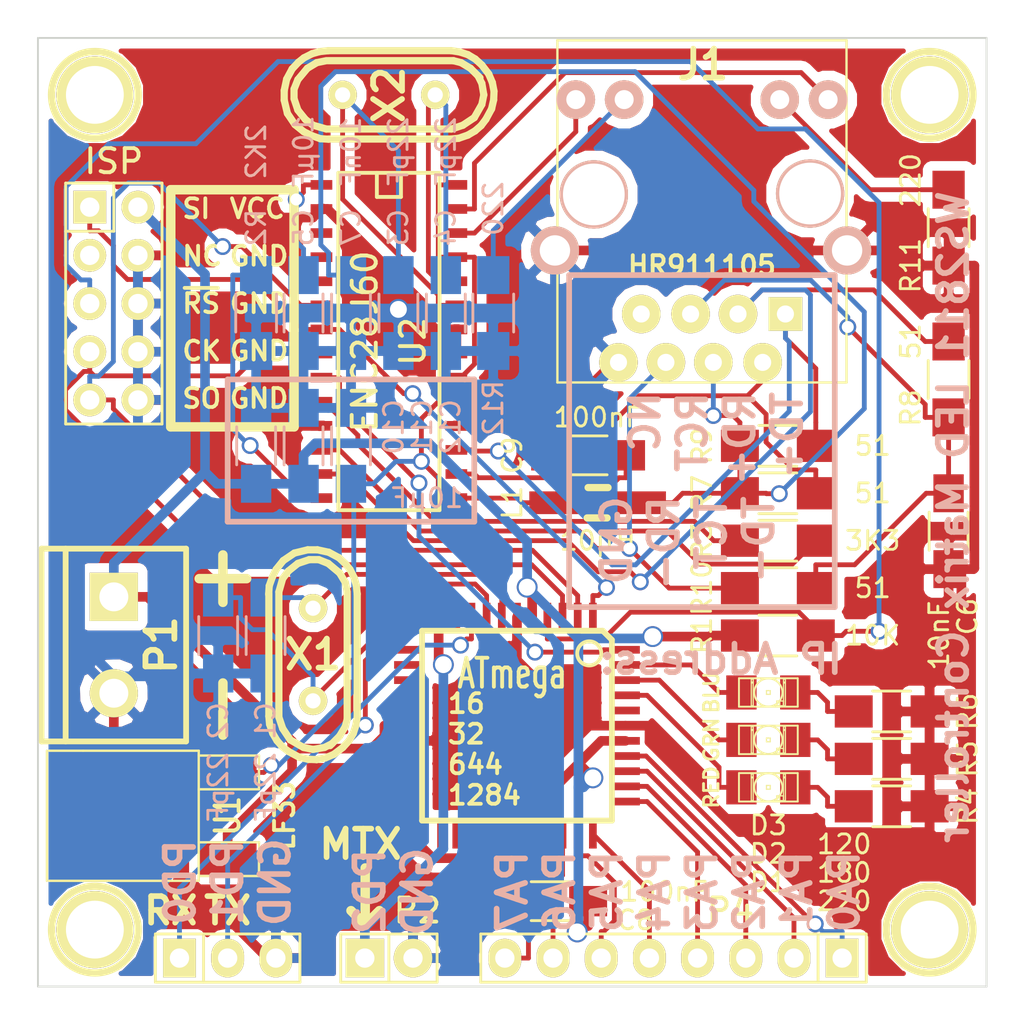
<source format=kicad_pcb>
(kicad_pcb (version 4) (host pcbnew "(2014-10-24 BZR 5221)-product")
  (layers (0 F.Cu signal) (31 B.Cu signal) (34 B.Paste user) (35 F.Paste user) (36 B.SilkS user) (37 F.SilkS user) (38 B.Mask user) (39 F.Mask user) (44 Edge.Cuts user))
  (net 0 "")
  (net 1 "Net-(C1-Pad1)")
  (net 2 GND)
  (net 3 "Net-(C2-Pad1)")
  (net 4 "Net-(C3-Pad1)")
  (net 5 "Net-(C4-Pad1)")
  (net 6 "Net-(C5-Pad1)")
  (net 7 "Net-(C6-Pad1)")
  (net 8 "Net-(C7-Pad1)")
  (net 9 /STATLED1)
  (net 10 "Net-(D1-Pad2)")
  (net 11 /STATLED2)
  (net 12 "Net-(D2-Pad2)")
  (net 13 /STATLED3)
  (net 14 "Net-(D3-Pad2)")
  (net 15 "Net-(IC1-Pad44)")
  (net 16 +5V)
  (net 17 "Net-(IC1-Pad37)")
  (net 18 "Net-(IC1-Pad36)")
  (net 19 "Net-(IC1-Pad35)")
  (net 20 "Net-(IC1-Pad34)")
  (net 21 /RXD)
  (net 22 /TXD)
  (net 23 /MTX_DAT)
  (net 24 /~RESET)
  (net 25 "Net-(IC1-Pad30)")
  (net 26 "Net-(IC1-Pad31)")
  (net 27 /SCK)
  (net 28 /MISO)
  (net 29 "Net-(IC1-Pad32)")
  (net 30 "Net-(IC1-Pad33)")
  (net 31 /MOSI)
  (net 32 "Net-(J1-Pad1)")
  (net 33 "Net-(J1-Pad2)")
  (net 34 "Net-(J1-Pad3)")
  (net 35 "Net-(J1-Pad6)")
  (net 36 "Net-(J1-Pad9)")
  (net 37 "Net-(J1-Pad10)")
  (net 38 "Net-(J1-Pad11)")
  (net 39 "Net-(J1-Pad12)")
  (net 40 "Net-(R2-Pad1)")
  (net 41 "Net-(R3-Pad2)")
  (net 42 "Net-(C12-Pad1)")
  (module Connect:1pin (layer F.Cu) (at 198 107)
    (fp_text reference MOUNT4 hide)
    (fp_text value "" hide)
    (pad 1 thru_hole circle (at 0 0) (size 4.064 4.064) (drill 3.048) (layers *.Cu *.Mask F.SilkS))
  )
  (module LEDs:LED-1206 (layer F.Cu) (at 233.5 99.5)
    (fp_text reference D1 (at 0 5) (layer F.SilkS))
    (fp_text value RED (at -3 0 90) (layer F.SilkS) (effects (font (size 0.762 0.762))))
    (pad 1 smd rect (at -1.41986 0) (size 1.59766 1.80086) (layers F.Cu F.Paste F.Mask) (net 9 /STATLED1))
    (pad 2 smd rect (at 1.41986 0) (size 1.59766 1.80086) (layers F.Cu F.Paste F.Mask) (net 10 "Net-(D1-Pad2)"))
  )
  (module LEDs:LED-1206 (layer F.Cu) (at 233.5 97)
    (fp_text reference D2 (at 0 6) (layer F.SilkS))
    (fp_text value GRN (at -3 0 90) (layer F.SilkS) (effects (font (size 0.762 0.762))))
    (pad 1 smd rect (at -1.41986 0) (size 1.59766 1.80086) (layers F.Cu F.Paste F.Mask) (net 11 /STATLED2))
    (pad 2 smd rect (at 1.41986 0) (size 1.59766 1.80086) (layers F.Cu F.Paste F.Mask) (net 12 "Net-(D2-Pad2)"))
  )
  (module LEDs:LED-1206 (layer F.Cu) (at 233.5 94.5)
    (fp_text reference D3 (at 0 7) (layer F.SilkS))
    (fp_text value BLU (at -3 0 90) (layer F.SilkS) (effects (font (size 0.762 0.762))))
    (pad 1 smd rect (at -1.41986 0) (size 1.59766 1.80086) (layers F.Cu F.Paste F.Mask) (net 13 /STATLED3))
    (pad 2 smd rect (at 1.41986 0) (size 1.59766 1.80086) (layers F.Cu F.Paste F.Mask) (net 14 "Net-(D3-Pad2)"))
  )
  (module SMD_Packages:TQFP-44 (layer F.Cu) (at 220.25 96.25 270)
    (fp_text reference IC1 hide)
    (fp_text value ATmega (at -2.75 0.25 360) (layer F.SilkS) (effects (font (size 1.524 1.016) (thickness 0.2032))))
    (pad 39 smd rect (at 0 -5.715 270) (size 0.4064 1.524) (layers F.Cu F.Paste F.Mask) (net 2 GND))
    (pad 40 smd rect (at -0.8001 -5.715 270) (size 0.4064 1.524) (layers F.Cu F.Paste F.Mask))
    (pad 41 smd rect (at -1.6002 -5.715 270) (size 0.4064 1.524) (layers F.Cu F.Paste F.Mask) (net 9 /STATLED1))
    (pad 42 smd rect (at -2.4003 -5.715 270) (size 0.4064 1.524) (layers F.Cu F.Paste F.Mask) (net 11 /STATLED2))
    (pad 43 smd rect (at -3.2004 -5.715 270) (size 0.4064 1.524) (layers F.Cu F.Paste F.Mask) (net 13 /STATLED3))
    (pad 44 smd rect (at -4.0005 -5.715 270) (size 0.4064 1.524) (layers F.Cu F.Paste F.Mask) (net 15 "Net-(IC1-Pad44)"))
    (pad 38 smd rect (at 0.8001 -5.715 270) (size 0.4064 1.524) (layers F.Cu F.Paste F.Mask) (net 16 +5V))
    (pad 37 smd rect (at 1.6002 -5.715 270) (size 0.4064 1.524) (layers F.Cu F.Paste F.Mask) (net 17 "Net-(IC1-Pad37)"))
    (pad 36 smd rect (at 2.4003 -5.715 270) (size 0.4064 1.524) (layers F.Cu F.Paste F.Mask) (net 18 "Net-(IC1-Pad36)"))
    (pad 35 smd rect (at 3.2004 -5.715 270) (size 0.4064 1.524) (layers F.Cu F.Paste F.Mask) (net 19 "Net-(IC1-Pad35)"))
    (pad 34 smd rect (at 4.0005 -5.715 270) (size 0.4064 1.524) (layers F.Cu F.Paste F.Mask) (net 20 "Net-(IC1-Pad34)"))
    (pad 17 smd rect (at 0 5.715 270) (size 0.4064 1.524) (layers F.Cu F.Paste F.Mask) (net 16 +5V))
    (pad 16 smd rect (at -0.8001 5.715 270) (size 0.4064 1.524) (layers F.Cu F.Paste F.Mask))
    (pad 15 smd rect (at -1.6002 5.715 270) (size 0.4064 1.524) (layers F.Cu F.Paste F.Mask))
    (pad 14 smd rect (at -2.4003 5.715 270) (size 0.4064 1.524) (layers F.Cu F.Paste F.Mask))
    (pad 13 smd rect (at -3.2004 5.715 270) (size 0.4064 1.524) (layers F.Cu F.Paste F.Mask))
    (pad 12 smd rect (at -4.0005 5.715 270) (size 0.4064 1.524) (layers F.Cu F.Paste F.Mask))
    (pad 18 smd rect (at 0.8001 5.715 270) (size 0.4064 1.524) (layers F.Cu F.Paste F.Mask) (net 2 GND))
    (pad 19 smd rect (at 1.6002 5.715 270) (size 0.4064 1.524) (layers F.Cu F.Paste F.Mask))
    (pad 20 smd rect (at 2.4003 5.715 270) (size 0.4064 1.524) (layers F.Cu F.Paste F.Mask))
    (pad 21 smd rect (at 3.2004 5.715 270) (size 0.4064 1.524) (layers F.Cu F.Paste F.Mask))
    (pad 22 smd rect (at 4.0005 5.715 270) (size 0.4064 1.524) (layers F.Cu F.Paste F.Mask))
    (pad 6 smd rect (at -5.715 0 270) (size 1.524 0.4064) (layers F.Cu F.Paste F.Mask) (net 2 GND))
    (pad 28 smd rect (at 5.715 0 270) (size 1.524 0.4064) (layers F.Cu F.Paste F.Mask) (net 2 GND))
    (pad 7 smd rect (at -5.715 0.8001 270) (size 1.524 0.4064) (layers F.Cu F.Paste F.Mask) (net 1 "Net-(C1-Pad1)"))
    (pad 27 smd rect (at 5.715 0.8001 270) (size 1.524 0.4064) (layers F.Cu F.Paste F.Mask) (net 16 +5V))
    (pad 26 smd rect (at 5.715 1.6002 270) (size 1.524 0.4064) (layers F.Cu F.Paste F.Mask))
    (pad 8 smd rect (at -5.715 1.6002 270) (size 1.524 0.4064) (layers F.Cu F.Paste F.Mask) (net 3 "Net-(C2-Pad1)"))
    (pad 9 smd rect (at -5.715 2.4003 270) (size 1.524 0.4064) (layers F.Cu F.Paste F.Mask) (net 21 /RXD))
    (pad 25 smd rect (at 5.715 2.4003 270) (size 1.524 0.4064) (layers F.Cu F.Paste F.Mask))
    (pad 24 smd rect (at 5.715 3.2004 270) (size 1.524 0.4064) (layers F.Cu F.Paste F.Mask))
    (pad 10 smd rect (at -5.715 3.2004 270) (size 1.524 0.4064) (layers F.Cu F.Paste F.Mask) (net 22 /TXD))
    (pad 11 smd rect (at -5.715 4.0005 270) (size 1.524 0.4064) (layers F.Cu F.Paste F.Mask) (net 23 /MTX_DAT))
    (pad 23 smd rect (at 5.715 4.0005 270) (size 1.524 0.4064) (layers F.Cu F.Paste F.Mask))
    (pad 29 smd rect (at 5.715 -0.8001 270) (size 1.524 0.4064) (layers F.Cu F.Paste F.Mask) (net 16 +5V))
    (pad 5 smd rect (at -5.715 -0.8001 270) (size 1.524 0.4064) (layers F.Cu F.Paste F.Mask) (net 16 +5V))
    (pad 4 smd rect (at -5.715 -1.6002 270) (size 1.524 0.4064) (layers F.Cu F.Paste F.Mask) (net 24 /~RESET))
    (pad 30 smd rect (at 5.715 -1.6002 270) (size 1.524 0.4064) (layers F.Cu F.Paste F.Mask) (net 25 "Net-(IC1-Pad30)"))
    (pad 31 smd rect (at 5.715 -2.4003 270) (size 1.524 0.4064) (layers F.Cu F.Paste F.Mask) (net 26 "Net-(IC1-Pad31)"))
    (pad 3 smd rect (at -5.715 -2.4003 270) (size 1.524 0.4064) (layers F.Cu F.Paste F.Mask) (net 27 /SCK))
    (pad 2 smd rect (at -5.715 -3.2004 270) (size 1.524 0.4064) (layers F.Cu F.Paste F.Mask) (net 28 /MISO))
    (pad 32 smd rect (at 5.715 -3.2004 270) (size 1.524 0.4064) (layers F.Cu F.Paste F.Mask) (net 29 "Net-(IC1-Pad32)"))
    (pad 33 smd rect (at 5.715 -4.0005 270) (size 1.524 0.4064) (layers F.Cu F.Paste F.Mask) (net 30 "Net-(IC1-Pad33)"))
    (pad 1 smd rect (at -5.715 -4.0005 270) (size 1.524 0.4064) (layers F.Cu F.Paste F.Mask) (net 31 /MOSI))
  )
  (module Choke_SMD:Choke_SMD_1206_Handsoldering (layer F.Cu) (at 224.5 84.5)
    (fp_text reference L1 (at -4.5 0 270) (layer F.SilkS))
    (fp_text value 10µH (at 0 2) (layer F.SilkS))
    (pad 1 smd rect (at -2.30124 0) (size 2.59842 1.19888) (layers F.Cu F.Paste F.Mask) (net 42 "Net-(C12-Pad1)"))
    (pad 2 smd rect (at 2.30124 0) (size 2.60096 1.19888) (layers F.Cu F.Paste F.Mask) (net 8 "Net-(C7-Pad1)"))
  )
  (module Connect:bornier2 (layer F.Cu) (at 199 92 270)
    (fp_text reference P1 (at 0 -2.5 270) (layer F.SilkS) (effects (font (thickness 0.3048))))
    (fp_text value POWER_IN hide)
    (pad 1 thru_hole rect (at -2.54 0 270) (size 2.54 2.54) (drill 1.524) (layers *.Cu *.Mask F.SilkS) (net 16 +5V))
    (pad 2 thru_hole circle (at 2.54 0 270) (size 2.54 2.54) (drill 1.524) (layers *.Cu *.Mask F.SilkS) (net 2 GND))
  )
  (module SMD_Packages:DPAK-2 (layer F.Cu) (at 205 101 90)
    (fp_text reference U1 (at 0 0 90) (layer F.SilkS) (effects (font (size 1.27 1.016) (thickness 0.2032))))
    (fp_text value LF33 (at 0 3 90) (layer F.SilkS) (effects (font (size 1.016 1.016) (thickness 0.2032))))
    (pad 1 smd rect (at -2.286 0 90) (size 1.651 3.048) (layers F.Cu F.Paste F.Mask) (net 16 +5V))
    (pad 2 smd rect (at 0 -6.35 90) (size 6.096 6.096) (layers F.Cu F.Paste F.Mask) (net 2 GND))
    (pad 3 smd rect (at 2.286 0 90) (size 1.651 3.048) (layers F.Cu F.Paste F.Mask) (net 42 "Net-(C12-Pad1)"))
  )
  (module SMD_Packages:SOIC-28 (layer F.Cu) (at 213.5 76 270)
    (fp_text reference U2 (at 0 -1.26238 270) (layer F.SilkS) (effects (font (size 1.27 1.27) (thickness 0.2032))))
    (fp_text value ENC28J60 (at 0 1.27 270) (layer F.SilkS) (effects (font (size 1.27 1.27) (thickness 0.2032))))
    (pad 1 smd rect (at -8.255 3.556 270) (size 0.508 1.143) (layers F.Cu F.Paste F.Mask) (net 6 "Net-(C5-Pad1)"))
    (pad 2 smd rect (at -6.985 3.556 270) (size 0.508 1.143) (layers F.Cu F.Paste F.Mask) (net 2 GND))
    (pad 3 smd rect (at -5.715 3.556 270) (size 0.508 1.143) (layers F.Cu F.Paste F.Mask))
    (pad 4 smd rect (at -4.445 3.556 270) (size 0.508 1.143) (layers F.Cu F.Paste F.Mask))
    (pad 5 smd rect (at -3.175 3.556 270) (size 0.508 1.143) (layers F.Cu F.Paste F.Mask))
    (pad 6 smd rect (at -1.905 3.556 270) (size 0.508 1.143) (layers F.Cu F.Paste F.Mask) (net 28 /MISO))
    (pad 7 smd rect (at -0.635 3.556 270) (size 0.508 1.143) (layers F.Cu F.Paste F.Mask) (net 31 /MOSI))
    (pad 8 smd rect (at 0.635 3.556 270) (size 0.508 1.143) (layers F.Cu F.Paste F.Mask) (net 27 /SCK))
    (pad 9 smd rect (at 1.905 3.556 270) (size 0.508 1.143) (layers F.Cu F.Paste F.Mask) (net 15 "Net-(IC1-Pad44)"))
    (pad 10 smd rect (at 3.175 3.556 270) (size 0.508 1.143) (layers F.Cu F.Paste F.Mask) (net 41 "Net-(R3-Pad2)"))
    (pad 11 smd rect (at 4.445 3.556 270) (size 0.508 1.143) (layers F.Cu F.Paste F.Mask) (net 2 GND))
    (pad 12 smd rect (at 5.715 3.556 270) (size 0.508 1.143) (layers F.Cu F.Paste F.Mask) (net 35 "Net-(J1-Pad6)"))
    (pad 13 smd rect (at 6.985 3.556 270) (size 0.508 1.143) (layers F.Cu F.Paste F.Mask) (net 34 "Net-(J1-Pad3)"))
    (pad 14 smd rect (at 8.255 3.556 270) (size 0.508 1.143) (layers F.Cu F.Paste F.Mask) (net 40 "Net-(R2-Pad1)"))
    (pad 15 smd rect (at 8.255 -3.556 270) (size 0.508 1.143) (layers F.Cu F.Paste F.Mask) (net 42 "Net-(C12-Pad1)"))
    (pad 16 smd rect (at 6.985 -3.556 270) (size 0.508 1.143) (layers F.Cu F.Paste F.Mask) (net 33 "Net-(J1-Pad2)"))
    (pad 17 smd rect (at 5.715 -3.556 270) (size 0.508 1.143) (layers F.Cu F.Paste F.Mask) (net 32 "Net-(J1-Pad1)"))
    (pad 18 smd rect (at 4.445 -3.556 270) (size 0.508 1.143) (layers F.Cu F.Paste F.Mask) (net 2 GND))
    (pad 19 smd rect (at 3.175 -3.556 270) (size 0.508 1.143) (layers F.Cu F.Paste F.Mask) (net 42 "Net-(C12-Pad1)"))
    (pad 20 smd rect (at 1.905 -3.556 270) (size 0.508 1.143) (layers F.Cu F.Paste F.Mask) (net 42 "Net-(C12-Pad1)"))
    (pad 21 smd rect (at 0.635 -3.556 270) (size 0.508 1.143) (layers F.Cu F.Paste F.Mask) (net 2 GND))
    (pad 22 smd rect (at -0.635 -3.556 270) (size 0.508 1.143) (layers F.Cu F.Paste F.Mask) (net 2 GND))
    (pad 23 smd rect (at -1.905 -3.556 270) (size 0.508 1.143) (layers F.Cu F.Paste F.Mask) (net 4 "Net-(C3-Pad1)"))
    (pad 24 smd rect (at -3.175 -3.556 270) (size 0.508 1.143) (layers F.Cu F.Paste F.Mask) (net 5 "Net-(C4-Pad1)"))
    (pad 25 smd rect (at -4.445 -3.556 270) (size 0.508 1.143) (layers F.Cu F.Paste F.Mask) (net 42 "Net-(C12-Pad1)"))
    (pad 26 smd rect (at -5.715 -3.556 270) (size 0.508 1.143) (layers F.Cu F.Paste F.Mask) (net 39 "Net-(J1-Pad12)"))
    (pad 27 smd rect (at -6.985 -3.556 270) (size 0.508 1.143) (layers F.Cu F.Paste F.Mask) (net 36 "Net-(J1-Pad9)"))
    (pad 28 smd rect (at -8.255 -3.556 270) (size 0.508 1.143) (layers F.Cu F.Paste F.Mask) (net 42 "Net-(C12-Pad1)"))
  )
  (module Crystals:Crystal_HC49-U_Vertical (layer F.Cu) (at 209.5 92.5 270)
    (fp_text reference X1 (at 0 0 360) (layer F.SilkS) (effects (font (thickness 0.3048))))
    (fp_text value 16MHz hide)
    (pad 1 thru_hole circle (at -2.44094 0 270) (size 1.50114 1.50114) (drill 0.8001) (layers *.Cu *.Mask F.SilkS) (net 1 "Net-(C1-Pad1)"))
    (pad 2 thru_hole circle (at 2.44094 0 270) (size 1.50114 1.50114) (drill 0.8001) (layers *.Cu *.Mask F.SilkS) (net 3 "Net-(C2-Pad1)"))
  )
  (module Crystals:Crystal_HC49-U_Vertical (layer F.Cu) (at 213.5 63)
    (fp_text reference X2 (at 0 0 90) (layer F.SilkS) (effects (font (thickness 0.3048))))
    (fp_text value 25MHz hide)
    (pad 1 thru_hole circle (at -2.44094 0) (size 1.50114 1.50114) (drill 0.8001) (layers *.Cu *.Mask F.SilkS) (net 4 "Net-(C3-Pad1)"))
    (pad 2 thru_hole circle (at 2.44094 0) (size 1.50114 1.50114) (drill 0.8001) (layers *.Cu *.Mask F.SilkS) (net 5 "Net-(C4-Pad1)"))
  )
  (module Pin_Headers:Pin_Header_Straight_1x02 (layer F.Cu) (at 213.5 108.5)
    (fp_text reference P2 (at 1.5 -2.5) (layer F.SilkS) (effects (font (size 1.27 1.27) (thickness 0.2032))))
    (fp_text value "MATRIX DATA" hide)
    (pad 1 thru_hole rect (at -1.27 0) (size 2.032 2.032) (drill 1.016) (layers *.Cu *.Mask F.SilkS) (net 23 /MTX_DAT))
    (pad 2 thru_hole oval (at 1.27 0) (size 2.032 2.032) (drill 1.016) (layers *.Cu *.Mask F.SilkS) (net 2 GND))
  )
  (module Pin_Headers:Pin_Header_Straight_1x03 (layer F.Cu) (at 205 108.5)
    (fp_text reference P3 hide)
    (fp_text value SERIAL hide)
    (pad 1 thru_hole rect (at -2.54 0) (size 1.7272 2.032) (drill 1.016) (layers *.Cu *.Mask F.SilkS) (net 21 /RXD))
    (pad 2 thru_hole oval (at 0 0) (size 1.7272 2.032) (drill 1.016) (layers *.Cu *.Mask F.SilkS) (net 22 /TXD))
    (pad 3 thru_hole oval (at 2.54 0) (size 1.7272 2.032) (drill 1.016) (layers *.Cu *.Mask F.SilkS) (net 2 GND))
  )
  (module Pin_Headers:Pin_Header_Straight_1x08 (layer F.Cu) (at 228.5 108.5 180)
    (fp_text reference P4 (at -3 2.5 180) (layer F.SilkS) (effects (font (size 1.27 1.27) (thickness 0.2032))))
    (fp_text value CONN_01X08 hide)
    (pad 1 thru_hole rect (at -8.89 0 180) (size 1.7272 2.032) (drill 1.016) (layers *.Cu *.Mask F.SilkS) (net 17 "Net-(IC1-Pad37)"))
    (pad 2 thru_hole oval (at -6.35 0 180) (size 1.7272 2.032) (drill 1.016) (layers *.Cu *.Mask F.SilkS) (net 18 "Net-(IC1-Pad36)"))
    (pad 3 thru_hole oval (at -3.81 0 180) (size 1.7272 2.032) (drill 1.016) (layers *.Cu *.Mask F.SilkS) (net 19 "Net-(IC1-Pad35)"))
    (pad 4 thru_hole oval (at -1.27 0 180) (size 1.7272 2.032) (drill 1.016) (layers *.Cu *.Mask F.SilkS) (net 20 "Net-(IC1-Pad34)"))
    (pad 5 thru_hole oval (at 1.27 0 180) (size 1.7272 2.032) (drill 1.016) (layers *.Cu *.Mask F.SilkS) (net 30 "Net-(IC1-Pad33)"))
    (pad 6 thru_hole oval (at 3.81 0 180) (size 1.7272 2.032) (drill 1.016) (layers *.Cu *.Mask F.SilkS) (net 29 "Net-(IC1-Pad32)"))
    (pad 7 thru_hole oval (at 6.35 0 180) (size 1.7272 2.032) (drill 1.016) (layers *.Cu *.Mask F.SilkS) (net 26 "Net-(IC1-Pad31)"))
    (pad 8 thru_hole oval (at 8.89 0 180) (size 1.7272 2.032) (drill 1.016) (layers *.Cu *.Mask F.SilkS) (net 25 "Net-(IC1-Pad30)"))
  )
  (module Capacitors_SMD:C_1206_HandSoldering (layer B.Cu) (at 207 91.5 270)
    (fp_text reference C1 (at 4.5 0 270) (layer B.SilkS) (effects (justify mirror)))
    (fp_text value 22pF (at 8 0 270) (layer B.SilkS) (effects (justify mirror)))
    (pad 1 smd rect (at -2 0 270) (size 2 1.6) (layers B.Cu B.Paste B.Mask) (net 1 "Net-(C1-Pad1)"))
    (pad 2 smd rect (at 2 0 270) (size 2 1.6) (layers B.Cu B.Paste B.Mask) (net 2 GND))
  )
  (module Capacitors_SMD:C_1206_HandSoldering (layer B.Cu) (at 204.5 91.5 270)
    (fp_text reference C2 (at 4.5 0 270) (layer B.SilkS) (effects (justify mirror)))
    (fp_text value 22pF (at 8 0 270) (layer B.SilkS) (effects (justify mirror)))
    (pad 1 smd rect (at -2 0 270) (size 2 1.6) (layers B.Cu B.Paste B.Mask) (net 3 "Net-(C2-Pad1)"))
    (pad 2 smd rect (at 2 0 270) (size 2 1.6) (layers B.Cu B.Paste B.Mask) (net 2 GND))
  )
  (module Capacitors_SMD:C_1206_HandSoldering (layer B.Cu) (at 214 74.5 270)
    (fp_text reference C3 (at -4.5 0 270) (layer B.SilkS) (effects (justify mirror)))
    (fp_text value 22pF (at -8.5 0 270) (layer B.SilkS) (effects (justify mirror)))
    (pad 1 smd rect (at -2 0 270) (size 2 1.6) (layers B.Cu B.Paste B.Mask) (net 4 "Net-(C3-Pad1)"))
    (pad 2 smd rect (at 2 0 270) (size 2 1.6) (layers B.Cu B.Paste B.Mask) (net 2 GND))
  )
  (module Capacitors_SMD:C_1206_HandSoldering (layer B.Cu) (at 216.5 74.5 270)
    (fp_text reference C4 (at -4.5 0 270) (layer B.SilkS) (effects (justify mirror)))
    (fp_text value 22pF (at -8.5 0 270) (layer B.SilkS) (effects (justify mirror)))
    (pad 1 smd rect (at -2 0 270) (size 2 1.6) (layers B.Cu B.Paste B.Mask) (net 5 "Net-(C4-Pad1)"))
    (pad 2 smd rect (at 2 0 270) (size 2 1.6) (layers B.Cu B.Paste B.Mask) (net 2 GND))
  )
  (module Capacitors_SMD:C_1206_HandSoldering (layer B.Cu) (at 209 74.5 270)
    (fp_text reference C5 (at -4.5 0 270) (layer B.SilkS) (effects (justify mirror)))
    (fp_text value 10µF (at -8.5 0 270) (layer B.SilkS) (effects (justify mirror)))
    (pad 1 smd rect (at -2 0 270) (size 2 1.6) (layers B.Cu B.Paste B.Mask) (net 6 "Net-(C5-Pad1)"))
    (pad 2 smd rect (at 2 0 270) (size 2 1.6) (layers B.Cu B.Paste B.Mask) (net 2 GND))
  )
  (module Capacitors_SMD:C_1206_HandSoldering (layer F.Cu) (at 243 86 270)
    (fp_text reference C6 (at 4.5 -1 270) (layer F.SilkS))
    (fp_text value 10nF (at 5.5 0.5 270) (layer F.SilkS))
    (pad 1 smd rect (at -2 0 270) (size 2 1.6) (layers F.Cu F.Paste F.Mask) (net 7 "Net-(C6-Pad1)"))
    (pad 2 smd rect (at 2 0 270) (size 2 1.6) (layers F.Cu F.Paste F.Mask) (net 2 GND))
  )
  (module Capacitors_SMD:C_1206_HandSoldering (layer B.Cu) (at 211.5 74.5 270)
    (fp_text reference C7 (at -4.5 0 270) (layer B.SilkS) (effects (justify mirror)))
    (fp_text value 10nF (at -8.5 0 270) (layer B.SilkS) (effects (justify mirror)))
    (pad 1 smd rect (at -2 0 270) (size 2 1.6) (layers B.Cu B.Paste B.Mask) (net 8 "Net-(C7-Pad1)"))
    (pad 2 smd rect (at 2 0 270) (size 2 1.6) (layers B.Cu B.Paste B.Mask) (net 2 GND))
  )
  (module Capacitors_SMD:C_1206_HandSoldering (layer F.Cu) (at 222 105.5 180)
    (fp_text reference C8 (at -4.5 -1 360) (layer F.SilkS))
    (fp_text value 100nF (at -6 0.5 180) (layer F.SilkS))
    (pad 1 smd rect (at -2 0 180) (size 2 1.6) (layers F.Cu F.Paste F.Mask) (net 16 +5V))
    (pad 2 smd rect (at 2 0 180) (size 2 1.6) (layers F.Cu F.Paste F.Mask) (net 2 GND))
  )
  (module Capacitors_SMD:C_1206_HandSoldering (layer F.Cu) (at 224 82 180)
    (fp_text reference C9 (at 4 0 270) (layer F.SilkS))
    (fp_text value 100nF (at -0.5 2 180) (layer F.SilkS))
    (pad 1 smd rect (at -2 0 180) (size 2 1.6) (layers F.Cu F.Paste F.Mask) (net 42 "Net-(C12-Pad1)"))
    (pad 2 smd rect (at 2 0 180) (size 2 1.6) (layers F.Cu F.Paste F.Mask) (net 2 GND))
  )
  (module Resistors_SMD:R_1206_HandSoldering (layer F.Cu) (at 234 91.5)
    (fp_text reference R1 (at -4 0 270) (layer F.SilkS))
    (fp_text value 10K (at 5 0 180) (layer F.SilkS))
    (pad 1 smd rect (at -2 0) (size 2 1.7) (layers F.Cu F.Paste F.Mask) (net 16 +5V))
    (pad 2 smd rect (at 2 0) (size 2 1.7) (layers F.Cu F.Paste F.Mask) (net 24 /~RESET))
  )
  (module Resistors_SMD:R_1206_HandSoldering (layer B.Cu) (at 206.5 74.5 270)
    (fp_text reference R2 (at -4.5 0 270) (layer B.SilkS) (effects (justify mirror)))
    (fp_text value 2K2 (at -8.5 0 270) (layer B.SilkS) (effects (justify mirror)))
    (pad 1 smd rect (at -2 0 270) (size 2 1.7) (layers B.Cu B.Paste B.Mask) (net 40 "Net-(R2-Pad1)"))
    (pad 2 smd rect (at 2 0 270) (size 2 1.7) (layers B.Cu B.Paste B.Mask) (net 2 GND))
  )
  (module Resistors_SMD:R_1206_HandSoldering (layer F.Cu) (at 234 86.5)
    (fp_text reference R3 (at -4 0 270) (layer F.SilkS))
    (fp_text value 3K3 (at 5 0 180) (layer F.SilkS))
    (pad 1 smd rect (at -2 0) (size 2 1.7) (layers F.Cu F.Paste F.Mask) (net 42 "Net-(C12-Pad1)"))
    (pad 2 smd rect (at 2 0) (size 2 1.7) (layers F.Cu F.Paste F.Mask) (net 41 "Net-(R3-Pad2)"))
  )
  (module Resistors_SMD:R_1206_HandSoldering (layer F.Cu) (at 240 100.5 180)
    (fp_text reference R4 (at -4 0 270) (layer F.SilkS))
    (fp_text value 220 (at 2.5 -5 180) (layer F.SilkS))
    (pad 1 smd rect (at -2 0 180) (size 2 1.7) (layers F.Cu F.Paste F.Mask) (net 2 GND))
    (pad 2 smd rect (at 2 0 180) (size 2 1.7) (layers F.Cu F.Paste F.Mask) (net 10 "Net-(D1-Pad2)"))
  )
  (module Resistors_SMD:R_1206_HandSoldering (layer F.Cu) (at 240 98 180)
    (fp_text reference R5 (at -4 0 270) (layer F.SilkS))
    (fp_text value 180 (at 2.5 -6 180) (layer F.SilkS))
    (pad 1 smd rect (at -2 0 180) (size 2 1.7) (layers F.Cu F.Paste F.Mask) (net 2 GND))
    (pad 2 smd rect (at 2 0 180) (size 2 1.7) (layers F.Cu F.Paste F.Mask) (net 12 "Net-(D2-Pad2)"))
  )
  (module Resistors_SMD:R_1206_HandSoldering (layer F.Cu) (at 240 95.5 180)
    (fp_text reference R6 (at -4 0 270) (layer F.SilkS))
    (fp_text value 120 (at 2.5 -7 180) (layer F.SilkS))
    (pad 1 smd rect (at -2 0 180) (size 2 1.7) (layers F.Cu F.Paste F.Mask) (net 2 GND))
    (pad 2 smd rect (at 2 0 180) (size 2 1.7) (layers F.Cu F.Paste F.Mask) (net 14 "Net-(D3-Pad2)"))
  )
  (module Resistors_SMD:R_1206_HandSoldering (layer F.Cu) (at 234 84)
    (fp_text reference R7 (at -4 0 270) (layer F.SilkS))
    (fp_text value 51 (at 5 0 180) (layer F.SilkS))
    (pad 1 smd rect (at -2 0) (size 2 1.7) (layers F.Cu F.Paste F.Mask) (net 8 "Net-(C7-Pad1)"))
    (pad 2 smd rect (at 2 0) (size 2 1.7) (layers F.Cu F.Paste F.Mask) (net 33 "Net-(J1-Pad2)"))
  )
  (module Resistors_SMD:R_1206_HandSoldering (layer F.Cu) (at 243 78 270)
    (fp_text reference R8 (at 1.5 2 270) (layer F.SilkS))
    (fp_text value 51 (at -2 2 270) (layer F.SilkS))
    (pad 1 smd rect (at -2 0 270) (size 2 1.7) (layers F.Cu F.Paste F.Mask) (net 34 "Net-(J1-Pad3)"))
    (pad 2 smd rect (at 2 0 270) (size 2 1.7) (layers F.Cu F.Paste F.Mask) (net 7 "Net-(C6-Pad1)"))
  )
  (module Resistors_SMD:R_1206_HandSoldering (layer F.Cu) (at 234 81.5)
    (fp_text reference R9 (at -4 0 90) (layer F.SilkS))
    (fp_text value 51 (at 5 0 180) (layer F.SilkS))
    (pad 1 smd rect (at -2 0) (size 2 1.7) (layers F.Cu F.Paste F.Mask) (net 8 "Net-(C7-Pad1)"))
    (pad 2 smd rect (at 2 0) (size 2 1.7) (layers F.Cu F.Paste F.Mask) (net 32 "Net-(J1-Pad1)"))
  )
  (module Resistors_SMD:R_1206_HandSoldering (layer F.Cu) (at 234 89)
    (fp_text reference R10 (at -4 0 270) (layer F.SilkS))
    (fp_text value 51 (at 5 0 180) (layer F.SilkS))
    (pad 1 smd rect (at -2 0) (size 2 1.7) (layers F.Cu F.Paste F.Mask) (net 35 "Net-(J1-Pad6)"))
    (pad 2 smd rect (at 2 0) (size 2 1.7) (layers F.Cu F.Paste F.Mask) (net 7 "Net-(C6-Pad1)"))
  )
  (module Resistors_SMD:R_1206_HandSoldering (layer F.Cu) (at 243 70 270)
    (fp_text reference R11 (at 2 2 270) (layer F.SilkS))
    (fp_text value 220 (at -2.5 2 270) (layer F.SilkS))
    (pad 1 smd rect (at -2 0 270) (size 2 1.7) (layers F.Cu F.Paste F.Mask) (net 37 "Net-(J1-Pad10)"))
    (pad 2 smd rect (at 2 0 270) (size 2 1.7) (layers F.Cu F.Paste F.Mask) (net 2 GND))
  )
  (module Resistors_SMD:R_1206_HandSoldering (layer B.Cu) (at 219 74.5 270)
    (fp_text reference R12 (at 5 0 270) (layer B.SilkS) (effects (justify mirror)))
    (fp_text value 220 (at -5.5 0 270) (layer B.SilkS) (effects (justify mirror)))
    (pad 1 smd rect (at -2 0 270) (size 2 1.7) (layers B.Cu B.Paste B.Mask) (net 38 "Net-(J1-Pad11)"))
    (pad 2 smd rect (at 2 0 270) (size 2 1.7) (layers B.Cu B.Paste B.Mask) (net 2 GND))
  )
  (module MatrixControl:HR911105_RJ45 (layer F.Cu) (at 230 68 180)
    (fp_text reference J1 (at -0.0508 6.59892 180) (layer F.SilkS) (effects (font (thickness 0.3048))))
    (fp_text value HR911105 (at 0 -4 180) (layer F.SilkS) (effects (font (size 1.00076 1.00076) (thickness 0.2032))))
    (pad Hole thru_hole circle (at 5.69976 -0.24892 180) (size 3.59918 3.59918) (drill 3.2512) (layers *.Cu *.SilkS *.Mask))
    (pad Hole thru_hole circle (at -5.69976 -0.20066 180) (size 3.59918 3.59918) (drill 3.2512) (layers *.Cu *.SilkS *.Mask))
    (pad 1 thru_hole rect (at -4.39928 -6.55066 180) (size 1.778 1.778) (drill 0.89916) (layers *.Cu *.Mask F.SilkS) (net 32 "Net-(J1-Pad1)"))
    (pad 2 thru_hole circle (at -3.2004 -9.10082 180) (size 2.032 2.032) (drill 0.89916) (layers *.Cu *.Mask F.SilkS) (net 33 "Net-(J1-Pad2)"))
    (pad 3 thru_hole circle (at -1.89992 -6.55066 180) (size 2.032 2.032) (drill 0.89916) (layers *.Cu *.Mask F.SilkS) (net 34 "Net-(J1-Pad3)"))
    (pad 4 thru_hole circle (at -0.59944 -9.10082 180) (size 2.032 2.032) (drill 0.89916) (layers *.Cu *.Mask F.SilkS) (net 8 "Net-(C7-Pad1)"))
    (pad 5 thru_hole circle (at 0.59944 -6.55066 180) (size 2.032 2.032) (drill 0.89916) (layers *.Cu *.Mask F.SilkS) (net 7 "Net-(C6-Pad1)"))
    (pad 6 thru_hole circle (at 1.89992 -9.10082 180) (size 2.032 2.032) (drill 0.89916) (layers *.Cu *.Mask F.SilkS) (net 35 "Net-(J1-Pad6)"))
    (pad 7 thru_hole circle (at 3.2004 -6.55066 180) (size 2.032 2.032) (drill 0.89916) (layers *.Cu *.Mask F.SilkS))
    (pad 8 thru_hole circle (at 4.39928 -9.10082 180) (size 2.032 2.032) (drill 0.89916) (layers *.Cu *.Mask F.SilkS) (net 2 GND))
    (pad 9 thru_hole circle (at -6.65 4.75 180) (size 2.032 2.032) (drill 1.00076) (layers *.Cu *.SilkS *.Mask) (net 36 "Net-(J1-Pad9)"))
    (pad 10 thru_hole circle (at -4.1 4.75 180) (size 2.032 2.032) (drill 1.00076) (layers *.Cu *.SilkS *.Mask) (net 37 "Net-(J1-Pad10)"))
    (pad 11 thru_hole circle (at 4.1 4.75 180) (size 2.032 2.032) (drill 1.00076) (layers *.Cu *.SilkS *.Mask) (net 38 "Net-(J1-Pad11)"))
    (pad 12 thru_hole circle (at 6.65 4.75 180) (size 2.032 2.032) (drill 1.00076) (layers *.Cu *.SilkS *.Mask) (net 39 "Net-(J1-Pad12)"))
    (pad 0 thru_hole circle (at -7.65048 -3.2004 180) (size 2.54 2.54) (drill 1.6002) (layers *.Cu *.SilkS *.Mask) (net 2 GND))
    (pad 0 thru_hole circle (at 7.74954 -3.2004 180) (size 2.54 2.54) (drill 1.6002) (layers *.Cu *.SilkS *.Mask) (net 2 GND))
  )
  (module Capacitors_SMD:C_1206_HandSoldering (layer B.Cu) (at 206.5 81.5 90)
    (fp_text reference C10 (at 1 7.25 270) (layer B.SilkS) (effects (justify mirror)))
    (fp_text value 10µF hide)
    (pad 1 smd rect (at -2 0 90) (size 2 1.6) (layers B.Cu B.Paste B.Mask) (net 16 +5V))
    (pad 2 smd rect (at 2 0 90) (size 2 1.6) (layers B.Cu B.Paste B.Mask) (net 2 GND))
  )
  (module Capacitors_SMD:C_1206_HandSoldering (layer B.Cu) (at 209 81.5 90)
    (fp_text reference C11 (at 1 6.25 270) (layer B.SilkS) (effects (justify mirror)))
    (fp_text value 10µF hide)
    (pad 1 smd rect (at -2 0 90) (size 2 1.6) (layers B.Cu B.Paste B.Mask) (net 16 +5V))
    (pad 2 smd rect (at 2 0 90) (size 2 1.6) (layers B.Cu B.Paste B.Mask) (net 2 GND))
  )
  (module Capacitors_SMD:C_1206_HandSoldering (layer B.Cu) (at 211.5 81.5 90)
    (fp_text reference C12 (at 1 5.25 90) (layer B.SilkS) (effects (justify mirror)))
    (fp_text value 10µF (at -2.75 4 180) (layer B.SilkS) (effects (justify mirror)))
    (pad 1 smd rect (at -2 0 90) (size 2 1.6) (layers B.Cu B.Paste B.Mask) (net 42 "Net-(C12-Pad1)"))
    (pad 2 smd rect (at 2 0 90) (size 2 1.6) (layers B.Cu B.Paste B.Mask) (net 2 GND))
  )
  (module Connect:1pin (layer F.Cu) (at 198 63)
    (fp_text reference MOUNT1 hide)
    (fp_text value "" hide)
    (pad 1 thru_hole circle (at 0 0) (size 4.064 4.064) (drill 3.048) (layers *.Cu *.Mask F.SilkS))
  )
  (module Connect:1pin (layer F.Cu) (at 242 63)
    (fp_text reference MOUNT2 hide)
    (fp_text value "" hide)
    (pad 1 thru_hole circle (at 0 0) (size 4.064 4.064) (drill 3.048) (layers *.Cu *.Mask F.SilkS))
  )
  (module Connect:1pin (layer F.Cu) (at 242 107)
    (fp_text reference MOUNT3 hide)
    (fp_text value "" hide)
    (pad 1 thru_hole circle (at 0 0) (size 4.064 4.064) (drill 3.048) (layers *.Cu *.Mask F.SilkS))
  )
  (module Pin_Headers:Pin_Header_Straight_2x05 (layer F.Cu) (at 199 74 270)
    (fp_text reference ISP (at -7.5 0 360) (layer F.SilkS) (effects (font (size 1.27 1.27) (thickness 0.2032))))
    (fp_text value ISP hide)
    (pad 1 thru_hole rect (at -5.08 1.27 270) (size 1.7272 1.7272) (drill 1.016) (layers *.Cu *.Mask F.SilkS) (net 31 /MOSI))
    (pad 2 thru_hole oval (at -5.08 -1.27 270) (size 1.7272 1.7272) (drill 1.016) (layers *.Cu *.Mask F.SilkS) (net 16 +5V))
    (pad 3 thru_hole oval (at -2.54 1.27 270) (size 1.7272 1.7272) (drill 1.016) (layers *.Cu *.Mask F.SilkS))
    (pad 4 thru_hole oval (at -2.54 -1.27 270) (size 1.7272 1.7272) (drill 1.016) (layers *.Cu *.Mask F.SilkS) (net 2 GND))
    (pad 5 thru_hole oval (at 0 1.27 270) (size 1.7272 1.7272) (drill 1.016) (layers *.Cu *.Mask F.SilkS) (net 24 /~RESET))
    (pad 6 thru_hole oval (at 0 -1.27 270) (size 1.7272 1.7272) (drill 1.016) (layers *.Cu *.Mask F.SilkS) (net 2 GND))
    (pad 7 thru_hole oval (at 2.54 1.27 270) (size 1.7272 1.7272) (drill 1.016) (layers *.Cu *.Mask F.SilkS) (net 27 /SCK))
    (pad 8 thru_hole oval (at 2.54 -1.27 270) (size 1.7272 1.7272) (drill 1.016) (layers *.Cu *.Mask F.SilkS) (net 2 GND))
    (pad 9 thru_hole oval (at 5.08 1.27 270) (size 1.7272 1.7272) (drill 1.016) (layers *.Cu *.Mask F.SilkS) (net 28 /MISO))
    (pad 10 thru_hole oval (at 5.08 -1.27 270) (size 1.7272 1.7272) (drill 1.016) (layers *.Cu *.Mask F.SilkS) (net 2 GND))
  )
  (gr_text "IP Address:" (at 231 92.75) (layer B.SilkS) (effects (font (size 1.5 1.5) (thickness 0.3)) (justify mirror)))
  (gr_line (start 205 85.5) (end 205 78) (angle 90) (layer B.SilkS) (width 0.3))
  (gr_line (start 218 85.5) (end 205 85.5) (angle 90) (layer B.SilkS) (width 0.3))
  (gr_line (start 218 85) (end 218 85.5) (angle 90) (layer B.SilkS) (width 0.3))
  (gr_line (start 218 78) (end 218 85) (angle 90) (layer B.SilkS) (width 0.3))
  (gr_line (start 217.5 78) (end 218 78) (angle 90) (layer B.SilkS) (width 0.3))
  (gr_line (start 205 78) (end 217.5 78) (angle 90) (layer B.SilkS) (width 0.3))
  (gr_line (start 237 72.5) (end 237 90) (angle 90) (layer B.SilkS) (width 0.3))
  (gr_line (start 223 72.5) (end 237 72.5) (angle 90) (layer B.SilkS) (width 0.3))
  (gr_line (start 223 90) (end 223 72.5) (angle 90) (layer B.SilkS) (width 0.3))
  (gr_text GND (at 225.5 84 90) (layer B.SilkS) (effects (font (size 1.5 1.5) (thickness 0.3)) (justify left mirror)))
  (gr_text RD- (at 228 84 90) (layer B.SilkS) (effects (font (size 1.5 1.5) (thickness 0.3)) (justify left mirror)))
  (gr_text TCT (at 230.5 84 90) (layer B.SilkS) (effects (font (size 1.5 1.5) (thickness 0.3)) (justify left mirror)))
  (gr_text TD- (at 233 84 90) (layer B.SilkS) (effects (font (size 1.5 1.5) (thickness 0.3)) (justify left mirror)))
  (gr_text NC (at 227 78.5 90) (layer B.SilkS) (effects (font (size 1.5 1.5) (thickness 0.3)) (justify left mirror)))
  (gr_text RCT (at 229.5 78.5 90) (layer B.SilkS) (effects (font (size 1.5 1.5) (thickness 0.3)) (justify left mirror)))
  (gr_text RD+ (at 232 78.5 90) (layer B.SilkS) (effects (font (size 1.5 1.5) (thickness 0.3)) (justify left mirror)))
  (gr_text TD+ (at 234.5 78.5 90) (layer B.SilkS) (effects (font (size 1.5 1.5) (thickness 0.3)) (justify left mirror)))
  (gr_line (start 237 90) (end 223 90) (angle 90) (layer B.SilkS) (width 0.3))
  (gr_text GND (at 207.5 104.5 90) (layer B.SilkS) (effects (font (size 1.5 1.5) (thickness 0.3)) (justify mirror)))
  (gr_text PD1 (at 205 104.5 90) (layer B.SilkS) (effects (font (size 1.5 1.5) (thickness 0.3)) (justify mirror)))
  (gr_text PD0 (at 202.5 104.5 90) (layer B.SilkS) (effects (font (size 1.5 1.5) (thickness 0.3)) (justify mirror)))
  (gr_text GND (at 215 105 90) (layer B.SilkS) (effects (font (size 1.5 1.5) (thickness 0.3)) (justify mirror)))
  (gr_text PD2 (at 212.5 105 90) (layer B.SilkS) (effects (font (size 1.5 1.5) (thickness 0.3)) (justify mirror)))
  (gr_text PA7 (at 220 105 90) (layer B.SilkS) (effects (font (size 1.5 1.5) (thickness 0.3)) (justify mirror)))
  (gr_text PA6 (at 222.5 105 90) (layer B.SilkS) (effects (font (size 1.5 1.5) (thickness 0.3)) (justify mirror)))
  (gr_text PA5 (at 225 105 90) (layer B.SilkS) (effects (font (size 1.5 1.5) (thickness 0.3)) (justify mirror)))
  (gr_text PA4 (at 227.5 105 90) (layer B.SilkS) (effects (font (size 1.5 1.5) (thickness 0.3)) (justify mirror)))
  (gr_text PA3 (at 230 105 90) (layer B.SilkS) (effects (font (size 1.5 1.5) (thickness 0.3)) (justify mirror)))
  (gr_text PA2 (at 232.5 105 90) (layer B.SilkS) (effects (font (size 1.5 1.5) (thickness 0.3)) (justify mirror)))
  (gr_text PA1 (at 235 105 90) (layer B.SilkS) (effects (font (size 1.5 1.5) (thickness 0.3)) (justify mirror)))
  (gr_text PA0 (at 237.5 105 90) (layer B.SilkS) (effects (font (size 1.5 1.5) (thickness 0.3)) (justify mirror)))
  (gr_line (start 208.5 80.5) (end 202 80.5) (angle 90) (layer F.SilkS) (width 0.5))
  (gr_line (start 208.5 68) (end 208.5 80.5) (angle 90) (layer F.SilkS) (width 0.5))
  (gr_line (start 208 68) (end 208.5 68) (angle 90) (layer F.SilkS) (width 0.5))
  (gr_line (start 202 68) (end 208 68) (angle 90) (layer F.SilkS) (width 0.5))
  (gr_line (start 202 80.5) (end 202 68) (angle 90) (layer F.SilkS) (width 0.5))
  (gr_text GND (at 205 79) (layer F.SilkS) (effects (font (size 1 1) (thickness 0.2)) (justify left)))
  (gr_text GND (at 205 76.5) (layer F.SilkS) (effects (font (size 1 1) (thickness 0.2)) (justify left)))
  (gr_text SO (at 202.5 79) (layer F.SilkS) (effects (font (size 1 1) (thickness 0.2)) (justify left)))
  (gr_text CK (at 202.5 76.5) (layer F.SilkS) (effects (font (size 1 1) (thickness 0.2)) (justify left)))
  (gr_text NC (at 202.5 71.5) (layer F.SilkS) (effects (font (size 1 1) (thickness 0.2)) (justify left)))
  (gr_text GND (at 205 74) (layer F.SilkS) (effects (font (size 1 1) (thickness 0.2)) (justify left)))
  (gr_text GND (at 205 71.5) (layer F.SilkS) (effects (font (size 1 1) (thickness 0.2)) (justify left)))
  (gr_text VCC (at 205 69) (layer F.SilkS) (effects (font (size 1 1) (thickness 0.2)) (justify left)))
  (gr_text ~RS (at 202.5 74) (layer F.SilkS) (effects (font (size 1 1) (thickness 0.2)) (justify left)))
  (gr_text SI (at 202.5 69) (layer F.SilkS) (effects (font (size 1 1) (thickness 0.2)) (justify left)))
  (gr_text TX (at 205 106) (layer F.SilkS) (effects (font (size 1.4 1.4) (thickness 0.3))))
  (gr_text RX (at 202 106) (layer F.SilkS) (effects (font (size 1.4 1.4) (thickness 0.3))))
  (gr_text "16\n32\n644\n1284" (at 216.5 97.5) (layer F.SilkS) (effects (font (size 1 1) (thickness 0.2)) (justify left)))
  (gr_line (start 204.75 95.5) (end 204.75 96.75) (angle 90) (layer F.SilkS) (width 0.5))
  (gr_line (start 204.75 95.25) (end 204.75 94) (angle 90) (layer F.SilkS) (width 0.5))
  (gr_line (start 204.75 88.5) (end 206 88.5) (angle 90) (layer F.SilkS) (width 0.5))
  (gr_line (start 204.75 88.5) (end 204.75 89.75) (angle 90) (layer F.SilkS) (width 0.5))
  (gr_line (start 204.75 88.5) (end 203.5 88.5) (angle 90) (layer F.SilkS) (width 0.5))
  (gr_line (start 204.75 88.5) (end 204.75 87.25) (angle 90) (layer F.SilkS) (width 0.5))
  (gr_text MTX (at 212 102.5) (layer F.SilkS) (effects (font (size 1.5 1.5) (thickness 0.3))))
  (gr_line (start 212.25 106.75) (end 213 106) (angle 90) (layer F.SilkS) (width 0.5))
  (gr_line (start 212.25 106.75) (end 211.5 106) (angle 90) (layer F.SilkS) (width 0.5))
  (gr_line (start 212.25 106.75) (end 212.25 103.75) (angle 90) (layer F.SilkS) (width 0.5))
  (gr_text "WS2811 LED Matrix Controller" (at 243.25 85.25 90) (layer B.SilkS) (effects (font (size 1.5 1.5) (thickness 0.3)) (justify mirror)))
  (gr_line (start 195 110) (end 195 60) (angle 90) (layer Edge.Cuts) (width 0.1))
  (gr_line (start 245 60) (end 195 60) (angle 90) (layer Edge.Cuts) (width 0.1))
  (gr_line (start 245 110) (end 245 60) (angle 90) (layer Edge.Cuts) (width 0.1))
  (gr_line (start 195 110) (end 245 110) (angle 90) (layer Edge.Cuts) (width 0.1))
  (segment (start 208.9409 89.5) (end 209.5 90.0591) (width 0.254) (layer B.Cu) (net 1))
  (segment (start 207 89.5) (end 208.9409 89.5) (width 0.254) (layer B.Cu) (net 1))
  (segment (start 218.3349 88.2767) (end 219.4499 89.3917) (width 0.254) (layer F.Cu) (net 1))
  (segment (start 211.2824 88.2767) (end 218.3349 88.2767) (width 0.254) (layer F.Cu) (net 1))
  (segment (start 209.5 90.0591) (end 211.2824 88.2767) (width 0.254) (layer F.Cu) (net 1))
  (segment (start 219.4499 90.535) (end 219.4499 89.3917) (width 0.254) (layer F.Cu) (net 1))
  (via (at 214 74.3078) (size 1.1) (layers F.Cu B.Cu) (net 2))
  (segment (start 200.27 76.54) (end 200.27 74) (width 0.508) (layer B.Cu) (net 2))
  (segment (start 200.27 74) (end 200.27 71.46) (width 0.508) (layer B.Cu) (net 2))
  (segment (start 200.27 79.08) (end 201.6419 79.08) (width 0.508) (layer F.Cu) (net 2))
  (segment (start 243 72) (end 241.6417 72) (width 0.508) (layer F.Cu) (net 2))
  (segment (start 219 76.5) (end 216.5 76.5) (width 0.508) (layer B.Cu) (net 2))
  (segment (start 240.8421 71.2004) (end 237.6505 71.2004) (width 0.508) (layer F.Cu) (net 2))
  (segment (start 241.6417 72) (end 240.8421 71.2004) (width 0.508) (layer F.Cu) (net 2))
  (segment (start 237.6505 71.2004) (end 222.2505 71.2004) (width 0.508) (layer F.Cu) (net 2))
  (segment (start 242 98) (end 242 100.5) (width 0.508) (layer F.Cu) (net 2))
  (segment (start 206.5 79.5) (end 209 79.5) (width 0.508) (layer B.Cu) (net 2))
  (segment (start 222 82) (end 222 80.6917) (width 0.508) (layer F.Cu) (net 2))
  (segment (start 244.3583 87.95) (end 244.3583 72) (width 0.508) (layer F.Cu) (net 2))
  (segment (start 244.3083 88) (end 244.3583 87.95) (width 0.508) (layer F.Cu) (net 2))
  (segment (start 243 72) (end 244.3583 72) (width 0.508) (layer F.Cu) (net 2))
  (segment (start 211.5 76.5) (end 212.6917 76.5) (width 0.508) (layer B.Cu) (net 2))
  (segment (start 213.3459 76.5) (end 212.6917 76.5) (width 0.508) (layer B.Cu) (net 2))
  (segment (start 213.3459 76.5) (end 214 76.5) (width 0.508) (layer B.Cu) (net 2))
  (segment (start 200.27 71.46) (end 201.6419 71.46) (width 0.508) (layer F.Cu) (net 2))
  (segment (start 220.25 90.535) (end 220.25 91.8053) (width 0.508) (layer F.Cu) (net 2))
  (segment (start 242 100.5) (end 242 101.8583) (width 0.508) (layer F.Cu) (net 2))
  (segment (start 225.965 96.25) (end 227.2353 96.25) (width 0.508) (layer F.Cu) (net 2))
  (segment (start 219 76.5) (end 220.3583 76.5) (width 0.508) (layer B.Cu) (net 2))
  (segment (start 214 72.7656) (end 214 74.3078) (width 0.508) (layer F.Cu) (net 2))
  (segment (start 210.2494 69.015) (end 214 72.7656) (width 0.508) (layer F.Cu) (net 2))
  (segment (start 209.944 69.015) (end 210.2494 69.015) (width 0.508) (layer F.Cu) (net 2))
  (segment (start 214.919 74.3078) (end 215.9762 75.365) (width 0.508) (layer F.Cu) (net 2))
  (segment (start 214 74.3078) (end 214.919 74.3078) (width 0.508) (layer F.Cu) (net 2))
  (segment (start 222.6791 74.1792) (end 220.3583 76.5) (width 0.508) (layer B.Cu) (net 2))
  (segment (start 222.2505 73.7506) (end 222.6791 74.1792) (width 0.508) (layer B.Cu) (net 2))
  (segment (start 222.2505 71.2004) (end 222.2505 73.7506) (width 0.508) (layer B.Cu) (net 2))
  (segment (start 222.6791 74.1792) (end 225.6007 77.1008) (width 0.508) (layer B.Cu) (net 2))
  (segment (start 207.4992 79.08) (end 201.6419 79.08) (width 0.508) (layer F.Cu) (net 2))
  (segment (start 208.8642 80.445) (end 207.4992 79.08) (width 0.508) (layer F.Cu) (net 2))
  (segment (start 209.944 80.445) (end 208.8642 80.445) (width 0.508) (layer F.Cu) (net 2))
  (segment (start 207 93.5) (end 204.5 93.5) (width 0.508) (layer B.Cu) (net 2))
  (segment (start 214.535 97.0501) (end 215.8053 97.0501) (width 0.508) (layer F.Cu) (net 2))
  (segment (start 214 76.5) (end 214 74.3078) (width 0.508) (layer B.Cu) (net 2))
  (segment (start 216.5 76.5) (end 215.1917 76.5) (width 0.508) (layer B.Cu) (net 2))
  (segment (start 214 76.5) (end 215.1917 76.5) (width 0.508) (layer B.Cu) (net 2))
  (segment (start 217.056 75.365) (end 216.5161 75.365) (width 0.508) (layer F.Cu) (net 2))
  (segment (start 216.5161 75.365) (end 215.9762 75.365) (width 0.508) (layer F.Cu) (net 2))
  (segment (start 215.9762 75.9049) (end 215.9762 76.635) (width 0.508) (layer F.Cu) (net 2))
  (segment (start 216.5161 75.365) (end 215.9762 75.9049) (width 0.508) (layer F.Cu) (net 2))
  (segment (start 217.056 76.635) (end 215.9762 76.635) (width 0.508) (layer F.Cu) (net 2))
  (segment (start 227.2353 97.1023) (end 227.2353 96.25) (width 0.508) (layer F.Cu) (net 2))
  (segment (start 231.9913 101.8583) (end 227.2353 97.1023) (width 0.508) (layer F.Cu) (net 2))
  (segment (start 242 101.8583) (end 231.9913 101.8583) (width 0.508) (layer F.Cu) (net 2))
  (segment (start 242 95.5) (end 242 98) (width 0.508) (layer F.Cu) (net 2))
  (segment (start 206.5 76.5) (end 207.8583 76.5) (width 0.508) (layer B.Cu) (net 2))
  (segment (start 209 79.5) (end 210.3083 79.5) (width 0.508) (layer B.Cu) (net 2))
  (segment (start 211.5 79.5) (end 210.3083 79.5) (width 0.508) (layer B.Cu) (net 2))
  (segment (start 207.8583 76.5) (end 209 76.5) (width 0.508) (layer B.Cu) (net 2))
  (segment (start 209 76.5) (end 210.3083 76.5) (width 0.508) (layer B.Cu) (net 2))
  (segment (start 211.5 79.5) (end 211.5 76.5) (width 0.508) (layer B.Cu) (net 2))
  (segment (start 211.5 76.5) (end 210.3083 76.5) (width 0.508) (layer B.Cu) (net 2))
  (segment (start 207.54 108.5) (end 208.9119 108.5) (width 0.508) (layer F.Cu) (net 2))
  (segment (start 214.77 108.5) (end 214.77 106.9757) (width 0.508) (layer F.Cu) (net 2))
  (segment (start 220.25 103.9417) (end 220.25 101.965) (width 0.508) (layer F.Cu) (net 2))
  (segment (start 220 104.1917) (end 220.25 103.9417) (width 0.508) (layer F.Cu) (net 2))
  (segment (start 220 105.5) (end 220 104.1917) (width 0.508) (layer F.Cu) (net 2))
  (segment (start 214.6046 106.8103) (end 214.77 106.9757) (width 0.508) (layer F.Cu) (net 2))
  (segment (start 210.6016 106.8103) (end 214.6046 106.8103) (width 0.508) (layer F.Cu) (net 2))
  (segment (start 208.9119 108.5) (end 210.6016 106.8103) (width 0.508) (layer F.Cu) (net 2))
  (segment (start 216.2457 105.5) (end 220 105.5) (width 0.508) (layer F.Cu) (net 2))
  (segment (start 214.77 106.9757) (end 216.2457 105.5) (width 0.508) (layer F.Cu) (net 2))
  (segment (start 243 88) (end 243.6751 88) (width 0.508) (layer F.Cu) (net 2))
  (segment (start 243.6751 88) (end 244.3083 88) (width 0.508) (layer F.Cu) (net 2))
  (segment (start 243.6751 92.4666) (end 242 94.1417) (width 0.508) (layer F.Cu) (net 2))
  (segment (start 243.6751 88) (end 243.6751 92.4666) (width 0.508) (layer F.Cu) (net 2))
  (segment (start 242 95.5) (end 242 94.1417) (width 0.508) (layer F.Cu) (net 2))
  (segment (start 207.1056 108.5) (end 207.54 108.5) (width 0.508) (layer F.Cu) (net 2))
  (segment (start 202.2063 103.6007) (end 207.1056 108.5) (width 0.508) (layer F.Cu) (net 2))
  (segment (start 202.2063 101) (end 202.2063 103.6007) (width 0.508) (layer F.Cu) (net 2))
  (segment (start 198.65 101) (end 202.2063 101) (width 0.508) (layer F.Cu) (net 2))
  (segment (start 217.056 80.445) (end 218.1358 80.445) (width 0.508) (layer F.Cu) (net 2))
  (segment (start 222 80.445) (end 218.1358 80.445) (width 0.508) (layer F.Cu) (net 2))
  (segment (start 225.3442 77.1008) (end 222 80.445) (width 0.508) (layer F.Cu) (net 2))
  (segment (start 225.6007 77.1008) (end 225.3442 77.1008) (width 0.508) (layer F.Cu) (net 2))
  (segment (start 222 80.445) (end 222 80.6917) (width 0.508) (layer F.Cu) (net 2))
  (segment (start 199 97.0937) (end 198.65 97.4437) (width 0.508) (layer F.Cu) (net 2))
  (segment (start 199 94.54) (end 199 97.0937) (width 0.508) (layer F.Cu) (net 2))
  (segment (start 198.65 101) (end 198.65 97.4437) (width 0.508) (layer F.Cu) (net 2))
  (segment (start 220.2446 91.8107) (end 220.2446 92.8009) (width 0.508) (layer F.Cu) (net 2))
  (segment (start 220.25 91.8053) (end 220.2446 91.8107) (width 0.508) (layer F.Cu) (net 2))
  (segment (start 220.0545 92.8009) (end 220.2446 92.8009) (width 0.508) (layer F.Cu) (net 2))
  (segment (start 215.8053 97.0501) (end 220.0545 92.8009) (width 0.508) (layer F.Cu) (net 2))
  (segment (start 223.6937 96.25) (end 225.965 96.25) (width 0.508) (layer F.Cu) (net 2))
  (segment (start 220.2446 92.8009) (end 223.6937 96.25) (width 0.508) (layer F.Cu) (net 2))
  (segment (start 203.6356 69.4663) (end 201.6419 71.46) (width 0.508) (layer F.Cu) (net 2))
  (segment (start 209.4927 69.4663) (end 203.6356 69.4663) (width 0.508) (layer F.Cu) (net 2))
  (segment (start 209.944 69.015) (end 209.4927 69.4663) (width 0.508) (layer F.Cu) (net 2))
  (segment (start 200.27 76.54) (end 200.27 79.08) (width 0.508) (layer B.Cu) (net 2))
  (segment (start 200.27 79.08) (end 200.27 80.4519) (width 0.508) (layer B.Cu) (net 2))
  (segment (start 204.5 93.5) (end 203.1917 93.5) (width 0.508) (layer B.Cu) (net 2))
  (segment (start 199 93.6508) (end 199 94.54) (width 0.508) (layer B.Cu) (net 2))
  (segment (start 197.2216 91.8724) (end 199 93.6508) (width 0.508) (layer B.Cu) (net 2))
  (segment (start 197.2216 83.5003) (end 197.2216 91.8724) (width 0.508) (layer B.Cu) (net 2))
  (segment (start 200.27 80.4519) (end 197.2216 83.5003) (width 0.508) (layer B.Cu) (net 2))
  (segment (start 203.0409 93.6508) (end 203.1917 93.5) (width 0.508) (layer B.Cu) (net 2))
  (segment (start 199 93.6508) (end 203.0409 93.6508) (width 0.508) (layer B.Cu) (net 2))
  (segment (start 209.5 93.6292) (end 209.5 94.9409) (width 0.254) (layer B.Cu) (net 3))
  (segment (start 207.0619 91.1911) (end 209.5 93.6292) (width 0.254) (layer B.Cu) (net 3))
  (segment (start 206.2999 91.1911) (end 207.0619 91.1911) (width 0.254) (layer B.Cu) (net 3))
  (segment (start 205.6813 90.5725) (end 206.2999 91.1911) (width 0.254) (layer B.Cu) (net 3))
  (segment (start 205.6813 89.5) (end 205.6813 90.5725) (width 0.254) (layer B.Cu) (net 3))
  (segment (start 204.5 89.5) (end 205.6813 89.5) (width 0.254) (layer B.Cu) (net 3))
  (segment (start 218.0442 88.7861) (end 218.6498 89.3917) (width 0.254) (layer F.Cu) (net 3))
  (segment (start 215.5807 88.7861) (end 218.0442 88.7861) (width 0.254) (layer F.Cu) (net 3))
  (segment (start 209.5 94.8668) (end 215.5807 88.7861) (width 0.254) (layer F.Cu) (net 3))
  (segment (start 209.5 94.9409) (end 209.5 94.8668) (width 0.254) (layer F.Cu) (net 3))
  (segment (start 218.6498 90.535) (end 218.6498 89.3917) (width 0.254) (layer F.Cu) (net 3))
  (segment (start 214 65.9409) (end 211.0591 63) (width 0.254) (layer B.Cu) (net 4))
  (segment (start 214 72.5) (end 214 65.9409) (width 0.254) (layer B.Cu) (net 4))
  (segment (start 216.1032 73.544) (end 216.1032 74.095) (width 0.254) (layer F.Cu) (net 4))
  (segment (start 211.0591 68.4999) (end 216.1032 73.544) (width 0.254) (layer F.Cu) (net 4))
  (segment (start 211.0591 63) (end 211.0591 68.4999) (width 0.254) (layer F.Cu) (net 4))
  (segment (start 217.056 74.095) (end 216.1032 74.095) (width 0.254) (layer F.Cu) (net 4))
  (segment (start 216.5 63.5591) (end 215.9409 63) (width 0.254) (layer B.Cu) (net 5))
  (segment (start 216.5 72.5) (end 216.5 63.5591) (width 0.254) (layer B.Cu) (net 5))
  (segment (start 215.5796 72.3014) (end 216.1032 72.825) (width 0.254) (layer F.Cu) (net 5))
  (segment (start 215.5796 63.3613) (end 215.5796 72.3014) (width 0.254) (layer F.Cu) (net 5))
  (segment (start 215.9409 63) (end 215.5796 63.3613) (width 0.254) (layer F.Cu) (net 5))
  (segment (start 217.056 72.825) (end 216.1032 72.825) (width 0.254) (layer F.Cu) (net 5))
  (via (at 208.6166 68.5135) (size 0.889) (layers F.Cu B.Cu) (net 6))
  (segment (start 208.6166 70.7353) (end 208.6166 68.5135) (width 0.254) (layer B.Cu) (net 6))
  (segment (start 209 71.1187) (end 208.6166 70.7353) (width 0.254) (layer B.Cu) (net 6))
  (segment (start 208.9912 68.1389) (end 208.9912 67.745) (width 0.254) (layer F.Cu) (net 6))
  (segment (start 208.6166 68.5135) (end 208.9912 68.1389) (width 0.254) (layer F.Cu) (net 6))
  (segment (start 209.944 67.745) (end 208.9912 67.745) (width 0.254) (layer F.Cu) (net 6))
  (segment (start 209 72.5) (end 209 71.1187) (width 0.254) (layer B.Cu) (net 6))
  (via (at 237.686 75.2354) (size 0.889) (layers F.Cu B.Cu) (net 7))
  (segment (start 238.05 87.7687) (end 241.8187 84) (width 0.254) (layer F.Cu) (net 7))
  (segment (start 236 87.7687) (end 238.05 87.7687) (width 0.254) (layer F.Cu) (net 7))
  (segment (start 236 89) (end 236 87.7687) (width 0.254) (layer F.Cu) (net 7))
  (segment (start 243 84) (end 241.8187 84) (width 0.254) (layer F.Cu) (net 7))
  (segment (start 243 84) (end 243 80) (width 0.254) (layer F.Cu) (net 7))
  (segment (start 237.686 74.7185) (end 237.686 75.2354) (width 0.254) (layer B.Cu) (net 7))
  (segment (start 235.7348 72.7673) (end 237.686 74.7185) (width 0.254) (layer B.Cu) (net 7))
  (segment (start 231.184 72.7673) (end 235.7348 72.7673) (width 0.254) (layer B.Cu) (net 7))
  (segment (start 229.4006 74.5507) (end 231.184 72.7673) (width 0.254) (layer B.Cu) (net 7))
  (segment (start 241.7687 79.3181) (end 241.7687 80) (width 0.254) (layer F.Cu) (net 7))
  (segment (start 237.686 75.2354) (end 241.7687 79.3181) (width 0.254) (layer F.Cu) (net 7))
  (segment (start 243 80) (end 241.7687 80) (width 0.254) (layer F.Cu) (net 7))
  (via (at 234.0751 84.0227) (size 0.889) (layers F.Cu B.Cu) (net 8))
  (via (at 230.5994 79.9021) (size 0.889) (layers F.Cu B.Cu) (net 8))
  (segment (start 232 81.5) (end 232 84) (width 0.254) (layer F.Cu) (net 8))
  (segment (start 226.8012 84.5) (end 228.483 84.5) (width 0.254) (layer F.Cu) (net 8))
  (segment (start 228.983 84) (end 228.483 84.5) (width 0.254) (layer F.Cu) (net 8))
  (segment (start 232 84) (end 228.983 84) (width 0.254) (layer F.Cu) (net 8))
  (segment (start 233.404 84.0227) (end 233.3813 84) (width 0.254) (layer F.Cu) (net 8))
  (segment (start 234.0751 84.0227) (end 233.404 84.0227) (width 0.254) (layer F.Cu) (net 8))
  (segment (start 232 84) (end 233.3813 84) (width 0.254) (layer F.Cu) (net 8))
  (segment (start 211.5 72.5) (end 210.3187 72.5) (width 0.254) (layer B.Cu) (net 8))
  (segment (start 238.557 79.5408) (end 234.0751 84.0227) (width 0.254) (layer B.Cu) (net 8))
  (segment (start 238.557 74.4421) (end 238.557 79.5408) (width 0.254) (layer B.Cu) (net 8))
  (segment (start 232.7328 68.6179) (end 238.557 74.4421) (width 0.254) (layer B.Cu) (net 8))
  (segment (start 232.7328 68.0365) (end 232.7328 68.6179) (width 0.254) (layer B.Cu) (net 8))
  (segment (start 226.4742 61.7779) (end 232.7328 68.0365) (width 0.254) (layer B.Cu) (net 8))
  (segment (start 210.6803 61.7779) (end 226.4742 61.7779) (width 0.254) (layer B.Cu) (net 8))
  (segment (start 209.91 62.5482) (end 210.6803 61.7779) (width 0.254) (layer B.Cu) (net 8))
  (segment (start 209.91 70.91) (end 209.91 62.5482) (width 0.254) (layer B.Cu) (net 8))
  (segment (start 210.3187 71.3187) (end 209.91 70.91) (width 0.254) (layer B.Cu) (net 8))
  (segment (start 210.3187 72.5) (end 210.3187 71.3187) (width 0.254) (layer B.Cu) (net 8))
  (segment (start 232 81.5) (end 232 80.2687) (width 0.254) (layer F.Cu) (net 8))
  (segment (start 230.5994 77.1008) (end 230.5994 79.9021) (width 0.254) (layer B.Cu) (net 8))
  (segment (start 231.6334 79.9021) (end 230.5994 79.9021) (width 0.254) (layer F.Cu) (net 8))
  (segment (start 232 80.2687) (end 231.6334 79.9021) (width 0.254) (layer F.Cu) (net 8))
  (segment (start 230.9 98.4415) (end 230.9 99.5) (width 0.254) (layer F.Cu) (net 9))
  (segment (start 227.1083 94.6498) (end 230.9 98.4415) (width 0.254) (layer F.Cu) (net 9))
  (segment (start 232.0801 99.5) (end 230.9 99.5) (width 0.254) (layer F.Cu) (net 9))
  (segment (start 225.965 94.6498) (end 227.1083 94.6498) (width 0.254) (layer F.Cu) (net 9))
  (segment (start 236.6187 100.0187) (end 236.1 99.5) (width 0.254) (layer F.Cu) (net 10))
  (segment (start 236.6187 100.5) (end 236.6187 100.0187) (width 0.254) (layer F.Cu) (net 10))
  (segment (start 234.9199 99.5) (end 236.1 99.5) (width 0.254) (layer F.Cu) (net 10))
  (segment (start 238 100.5) (end 236.6187 100.5) (width 0.254) (layer F.Cu) (net 10))
  (segment (start 227.7497 93.8497) (end 230.9 97) (width 0.254) (layer F.Cu) (net 11))
  (segment (start 225.965 93.8497) (end 227.7497 93.8497) (width 0.254) (layer F.Cu) (net 11))
  (segment (start 232.0801 97) (end 230.9 97) (width 0.254) (layer F.Cu) (net 11))
  (segment (start 236.6187 97.5187) (end 236.1 97) (width 0.254) (layer F.Cu) (net 12))
  (segment (start 236.6187 98) (end 236.6187 97.5187) (width 0.254) (layer F.Cu) (net 12))
  (segment (start 234.9199 97) (end 236.1 97) (width 0.254) (layer F.Cu) (net 12))
  (segment (start 238 98) (end 236.6187 98) (width 0.254) (layer F.Cu) (net 12))
  (segment (start 229.4496 93.0496) (end 230.9 94.5) (width 0.254) (layer F.Cu) (net 13))
  (segment (start 225.965 93.0496) (end 229.4496 93.0496) (width 0.254) (layer F.Cu) (net 13))
  (segment (start 232.0801 94.5) (end 230.9 94.5) (width 0.254) (layer F.Cu) (net 13))
  (segment (start 236.6187 95.0187) (end 236.1 94.5) (width 0.254) (layer F.Cu) (net 14))
  (segment (start 236.6187 95.5) (end 236.6187 95.0187) (width 0.254) (layer F.Cu) (net 14))
  (segment (start 234.9199 94.5) (end 236.1 94.5) (width 0.254) (layer F.Cu) (net 14))
  (segment (start 238 95.5) (end 236.6187 95.5) (width 0.254) (layer F.Cu) (net 14))
  (via (at 215.0838 83.4612) (size 0.889) (layers F.Cu B.Cu) (net 15))
  (via (at 221.1974 92.375) (size 0.889) (layers F.Cu B.Cu) (net 15))
  (segment (start 224.6962 92.375) (end 224.8217 92.2495) (width 0.254) (layer F.Cu) (net 15))
  (segment (start 221.1974 92.375) (end 224.6962 92.375) (width 0.254) (layer F.Cu) (net 15))
  (segment (start 225.965 92.2495) (end 224.8217 92.2495) (width 0.254) (layer F.Cu) (net 15))
  (segment (start 209.944 77.905) (end 210.8968 77.905) (width 0.254) (layer F.Cu) (net 15))
  (segment (start 215.0838 86.2614) (end 215.0838 83.4612) (width 0.254) (layer B.Cu) (net 15))
  (segment (start 221.1974 92.375) (end 215.0838 86.2614) (width 0.254) (layer B.Cu) (net 15))
  (segment (start 210.8968 79.2571) (end 210.8968 77.905) (width 0.254) (layer F.Cu) (net 15))
  (segment (start 215.0838 83.4441) (end 210.8968 79.2571) (width 0.254) (layer F.Cu) (net 15))
  (segment (start 215.0838 83.4612) (end 215.0838 83.4441) (width 0.254) (layer F.Cu) (net 15))
  (segment (start 223.5 98.25) (end 223.5 98.2448) (width 0.508) (layer F.Cu) (net 16))
  (segment (start 223.4974 98.2474) (end 223.5 98.25) (width 0.508) (layer F.Cu) (net 16))
  (segment (start 224.25 99) (end 223.4974 98.2474) (width 0.508) (layer F.Cu) (net 16))
  (via (at 224.25 99) (size 1.1) (layers F.Cu B.Cu) (net 16))
  (segment (start 223.75 99.5) (end 224.25 99) (width 0.508) (layer B.Cu) (net 16))
  (segment (start 223.4876 99.5) (end 223.75 99.5) (width 0.508) (layer B.Cu) (net 16))
  (segment (start 223.5 98.2448) (end 224.6947 97.0501) (width 0.508) (layer F.Cu) (net 16))
  (segment (start 223.4876 99.5) (end 223.4876 107.0614) (width 0.508) (layer B.Cu) (net 16))
  (via (at 220.7875 88.9521) (size 1.1) (layers F.Cu B.Cu) (net 16))
  (via (at 227.403 91.5541) (size 1.1) (layers F.Cu B.Cu) (net 16))
  (via (at 223.426 107.123) (size 1.1) (layers F.Cu B.Cu) (net 16))
  (segment (start 214.535 96.25) (end 213.2647 96.25) (width 0.508) (layer F.Cu) (net 16))
  (segment (start 221.0501 100.6947) (end 219.4499 100.6947) (width 0.508) (layer F.Cu) (net 16))
  (segment (start 219.4499 101.965) (end 219.4499 100.6947) (width 0.508) (layer F.Cu) (net 16))
  (segment (start 221.0501 101.965) (end 221.0501 100.8853) (width 0.508) (layer F.Cu) (net 16))
  (segment (start 221.0501 100.8853) (end 221.0501 100.6947) (width 0.508) (layer F.Cu) (net 16))
  (segment (start 224.6947 97.0501) (end 225.965 97.0501) (width 0.508) (layer F.Cu) (net 16))
  (segment (start 221.0501 100.6947) (end 223.5 98.2448) (width 0.508) (layer F.Cu) (net 16))
  (segment (start 209 83.5) (end 206.5 83.5) (width 0.508) (layer B.Cu) (net 16))
  (segment (start 209 83.5) (end 209 81.9917) (width 0.508) (layer B.Cu) (net 16))
  (segment (start 221.0501 90.535) (end 221.0501 89.2647) (width 0.508) (layer F.Cu) (net 16))
  (segment (start 221.0501 89.2147) (end 220.7875 88.9521) (width 0.508) (layer F.Cu) (net 16))
  (segment (start 221.0501 89.2647) (end 221.0501 89.2147) (width 0.508) (layer F.Cu) (net 16))
  (segment (start 206.5 83.5) (end 205.1917 83.5) (width 0.508) (layer B.Cu) (net 16))
  (segment (start 199 89.46) (end 199 87.6817) (width 0.508) (layer B.Cu) (net 16))
  (segment (start 219.4499 101.965) (end 219.4499 103.2353) (width 0.508) (layer F.Cu) (net 16))
  (segment (start 199 89.46) (end 200.7783 89.46) (width 0.508) (layer F.Cu) (net 16))
  (segment (start 205 103.286) (end 205 101.9522) (width 0.508) (layer F.Cu) (net 16))
  (segment (start 232 91.5) (end 230.4917 91.5) (width 0.508) (layer F.Cu) (net 16))
  (segment (start 203.8066 82.8751) (end 199 87.6817) (width 0.508) (layer B.Cu) (net 16))
  (segment (start 204.4315 83.5) (end 205.1917 83.5) (width 0.508) (layer B.Cu) (net 16))
  (segment (start 203.8066 82.8751) (end 204.4315 83.5) (width 0.508) (layer B.Cu) (net 16))
  (segment (start 224 105.5) (end 224 106.8083) (width 0.508) (layer F.Cu) (net 16))
  (segment (start 220.7875 88.9521) (end 223.4876 91.6522) (width 0.508) (layer B.Cu) (net 16))
  (segment (start 223.4876 107.0614) (end 223.426 107.123) (width 0.508) (layer B.Cu) (net 16))
  (segment (start 223.4876 91.6522) (end 223.4876 99.5) (width 0.508) (layer B.Cu) (net 16))
  (segment (start 223.7407 106.8083) (end 224 106.8083) (width 0.508) (layer F.Cu) (net 16))
  (segment (start 223.426 107.123) (end 223.7407 106.8083) (width 0.508) (layer F.Cu) (net 16))
  (segment (start 227.3049 91.6522) (end 227.403 91.5541) (width 0.508) (layer B.Cu) (net 16))
  (segment (start 223.4876 91.6522) (end 227.3049 91.6522) (width 0.508) (layer B.Cu) (net 16))
  (segment (start 230.4376 91.5541) (end 227.403 91.5541) (width 0.508) (layer F.Cu) (net 16))
  (segment (start 230.4917 91.5) (end 230.4376 91.5541) (width 0.508) (layer F.Cu) (net 16))
  (segment (start 215.8076 103.2353) (end 219.4499 103.2353) (width 0.508) (layer F.Cu) (net 16))
  (segment (start 212.5963 100.024) (end 215.8076 103.2353) (width 0.508) (layer F.Cu) (net 16))
  (segment (start 212.5963 97.4593) (end 212.5963 100.024) (width 0.508) (layer F.Cu) (net 16))
  (segment (start 213.2647 96.7909) (end 213.2647 96.25) (width 0.508) (layer F.Cu) (net 16))
  (segment (start 212.5963 97.4593) (end 213.2647 96.7909) (width 0.508) (layer F.Cu) (net 16))
  (segment (start 208.3958 97.4593) (end 212.5963 97.4593) (width 0.508) (layer F.Cu) (net 16))
  (segment (start 208.3958 98.6398) (end 208.3958 97.4593) (width 0.508) (layer F.Cu) (net 16))
  (segment (start 205.0834 101.9522) (end 208.3958 98.6398) (width 0.508) (layer F.Cu) (net 16))
  (segment (start 205 101.9522) (end 205.0834 101.9522) (width 0.508) (layer F.Cu) (net 16))
  (segment (start 208.3958 97.0775) (end 200.7783 89.46) (width 0.508) (layer F.Cu) (net 16))
  (segment (start 208.3958 97.4593) (end 208.3958 97.0775) (width 0.508) (layer F.Cu) (net 16))
  (segment (start 203.8066 72.4566) (end 203.8066 82.8751) (width 0.508) (layer B.Cu) (net 16))
  (segment (start 200.27 68.92) (end 203.8066 72.4566) (width 0.508) (layer B.Cu) (net 16))
  (segment (start 209.6267 81.365) (end 209 81.9917) (width 0.508) (layer B.Cu) (net 16))
  (segment (start 215.6055 81.365) (end 209.6267 81.365) (width 0.508) (layer B.Cu) (net 16))
  (segment (start 220.7875 86.547) (end 215.6055 81.365) (width 0.508) (layer B.Cu) (net 16))
  (segment (start 220.7875 88.9521) (end 220.7875 86.547) (width 0.508) (layer B.Cu) (net 16))
  (via (at 235.9709 106.7003) (size 0.889) (layers F.Cu B.Cu) (net 17))
  (segment (start 236.3733 107.1027) (end 235.9709 106.7003) (width 0.254) (layer B.Cu) (net 17))
  (segment (start 237.39 107.1027) (end 236.3733 107.1027) (width 0.254) (layer B.Cu) (net 17))
  (segment (start 227.0559 97.8502) (end 225.965 97.8502) (width 0.254) (layer F.Cu) (net 17))
  (segment (start 235.906 106.7003) (end 227.0559 97.8502) (width 0.254) (layer F.Cu) (net 17))
  (segment (start 235.9709 106.7003) (end 235.906 106.7003) (width 0.254) (layer F.Cu) (net 17))
  (segment (start 237.39 108.5) (end 237.39 107.1027) (width 0.254) (layer B.Cu) (net 17))
  (segment (start 234.85 106.392) (end 227.1083 98.6503) (width 0.254) (layer F.Cu) (net 18))
  (segment (start 234.85 108.5) (end 234.85 106.392) (width 0.254) (layer F.Cu) (net 18))
  (segment (start 225.965 98.6503) (end 227.1083 98.6503) (width 0.254) (layer F.Cu) (net 18))
  (segment (start 232.31 108.5) (end 232.31 107.1027) (width 0.254) (layer F.Cu) (net 19))
  (segment (start 225.965 99.4504) (end 227.1083 99.4504) (width 0.254) (layer F.Cu) (net 19))
  (segment (start 232.31 104.6521) (end 232.31 107.1027) (width 0.254) (layer F.Cu) (net 19))
  (segment (start 227.1083 99.4504) (end 232.31 104.6521) (width 0.254) (layer F.Cu) (net 19))
  (segment (start 225.965 100.2505) (end 227.1083 100.2505) (width 0.254) (layer F.Cu) (net 20))
  (segment (start 229.77 102.9122) (end 229.77 108.5) (width 0.254) (layer F.Cu) (net 20))
  (segment (start 227.1083 100.2505) (end 229.77 102.9122) (width 0.254) (layer F.Cu) (net 20))
  (via (at 217.2729 92.0057) (size 0.889) (layers F.Cu B.Cu) (net 21))
  (segment (start 215.2771 92.0057) (end 217.2729 92.0057) (width 0.254) (layer B.Cu) (net 21))
  (segment (start 202.46 104.8228) (end 215.2771 92.0057) (width 0.254) (layer B.Cu) (net 21))
  (segment (start 202.46 108.5) (end 202.46 104.8228) (width 0.254) (layer B.Cu) (net 21))
  (segment (start 217.6003 91.6783) (end 217.2729 92.0057) (width 0.254) (layer F.Cu) (net 21))
  (segment (start 217.8497 91.6783) (end 217.6003 91.6783) (width 0.254) (layer F.Cu) (net 21))
  (segment (start 217.8497 90.535) (end 217.8497 91.6783) (width 0.254) (layer F.Cu) (net 21))
  (via (at 212.2572 96.216) (size 0.889) (layers F.Cu B.Cu) (net 22))
  (segment (start 217.0496 90.535) (end 217.0496 89.3917) (width 0.254) (layer F.Cu) (net 22))
  (segment (start 216.9535 89.2956) (end 217.0496 89.3917) (width 0.254) (layer F.Cu) (net 22))
  (segment (start 215.7902 89.2956) (end 216.9535 89.2956) (width 0.254) (layer F.Cu) (net 22))
  (segment (start 212.2572 92.8286) (end 215.7902 89.2956) (width 0.254) (layer F.Cu) (net 22))
  (segment (start 212.2572 96.216) (end 212.2572 92.8286) (width 0.254) (layer F.Cu) (net 22))
  (segment (start 205 103.4732) (end 212.2572 96.216) (width 0.254) (layer B.Cu) (net 22))
  (segment (start 205 108.5) (end 205 103.4732) (width 0.254) (layer B.Cu) (net 22))
  (via (at 216.3704 93.0331) (size 1.1) (layers F.Cu B.Cu) (net 23))
  (segment (start 216.1215 90.663) (end 216.2495 90.535) (width 0.4062) (layer F.Cu) (net 23))
  (segment (start 212.23 108.5) (end 212.23 106.8797) (width 0.508) (layer B.Cu) (net 23))
  (segment (start 216.3704 102.7393) (end 216.3704 93.0331) (width 0.508) (layer B.Cu) (net 23))
  (segment (start 212.23 106.8797) (end 216.3704 102.7393) (width 0.508) (layer B.Cu) (net 23))
  (segment (start 216.1215 92.7842) (end 216.3704 93.0331) (width 0.508) (layer F.Cu) (net 23))
  (segment (start 216.1215 90.663) (end 216.1215 92.7842) (width 0.508) (layer F.Cu) (net 23))
  (via (at 239.3345 91.2747) (size 0.889) (layers F.Cu B.Cu) (net 24))
  (segment (start 197.73 74) (end 197.73 72.7551) (width 0.254) (layer B.Cu) (net 24))
  (segment (start 239.3345 68.6797) (end 239.3345 91.2747) (width 0.254) (layer B.Cu) (net 24))
  (segment (start 235.4506 64.7958) (end 239.3345 68.6797) (width 0.254) (layer B.Cu) (net 24))
  (segment (start 232.9486 64.7958) (end 235.4506 64.7958) (width 0.254) (layer B.Cu) (net 24))
  (segment (start 229.3985 61.2457) (end 232.9486 64.7958) (width 0.254) (layer B.Cu) (net 24))
  (segment (start 207.6546 61.2457) (end 229.3985 61.2457) (width 0.254) (layer B.Cu) (net 24))
  (segment (start 203.3232 65.5771) (end 207.6546 61.2457) (width 0.254) (layer B.Cu) (net 24))
  (segment (start 198.7449 65.5771) (end 203.3232 65.5771) (width 0.254) (layer B.Cu) (net 24))
  (segment (start 196.485 67.837) (end 198.7449 65.5771) (width 0.254) (layer B.Cu) (net 24))
  (segment (start 196.485 71.9769) (end 196.485 67.837) (width 0.254) (layer B.Cu) (net 24))
  (segment (start 197.2632 72.7551) (end 196.485 71.9769) (width 0.254) (layer B.Cu) (net 24))
  (segment (start 197.73 72.7551) (end 197.2632 72.7551) (width 0.254) (layer B.Cu) (net 24))
  (segment (start 237.6066 91.2747) (end 239.3345 91.2747) (width 0.254) (layer F.Cu) (net 24))
  (segment (start 237.3813 91.5) (end 237.6066 91.2747) (width 0.254) (layer F.Cu) (net 24))
  (segment (start 236 91.5) (end 236.3454 91.5) (width 0.254) (layer F.Cu) (net 24))
  (segment (start 236.3454 91.5) (end 237.3813 91.5) (width 0.254) (layer F.Cu) (net 24))
  (segment (start 224.8217 91.6783) (end 221.8502 91.6783) (width 0.254) (layer F.Cu) (net 24))
  (segment (start 226.2314 90.2686) (end 224.8217 91.6783) (width 0.254) (layer F.Cu) (net 24))
  (segment (start 235.114 90.2686) (end 226.2314 90.2686) (width 0.254) (layer F.Cu) (net 24))
  (segment (start 236.3454 91.5) (end 235.114 90.2686) (width 0.254) (layer F.Cu) (net 24))
  (segment (start 221.8502 90.535) (end 221.8502 91.6783) (width 0.254) (layer F.Cu) (net 24))
  (segment (start 220.8549 107.2551) (end 220.8549 108.5) (width 0.254) (layer F.Cu) (net 25))
  (segment (start 221.6416 106.4684) (end 220.8549 107.2551) (width 0.254) (layer F.Cu) (net 25))
  (segment (start 221.6416 103.3169) (end 221.6416 106.4684) (width 0.254) (layer F.Cu) (net 25))
  (segment (start 221.8502 103.1083) (end 221.6416 103.3169) (width 0.254) (layer F.Cu) (net 25))
  (segment (start 221.8502 101.965) (end 221.8502 103.1083) (width 0.254) (layer F.Cu) (net 25))
  (segment (start 219.61 108.5) (end 220.8549 108.5) (width 0.254) (layer F.Cu) (net 25))
  (segment (start 222.15 104.635) (end 222.15 108.5) (width 0.254) (layer F.Cu) (net 26))
  (segment (start 222.6503 104.1347) (end 222.15 104.635) (width 0.254) (layer F.Cu) (net 26))
  (segment (start 222.6503 101.965) (end 222.6503 104.1347) (width 0.254) (layer F.Cu) (net 26))
  (segment (start 197.73 76.54) (end 197.73 77.5773) (width 0.254) (layer F.Cu) (net 27))
  (segment (start 222.6503 90.535) (end 222.6503 89.3917) (width 0.254) (layer F.Cu) (net 27))
  (segment (start 197.4187 77.5773) (end 197.73 77.5773) (width 0.254) (layer F.Cu) (net 27))
  (segment (start 196.4549 78.5411) (end 197.4187 77.5773) (width 0.254) (layer F.Cu) (net 27))
  (segment (start 196.4549 79.6082) (end 196.4549 78.5411) (width 0.254) (layer F.Cu) (net 27))
  (segment (start 204.615 87.7683) (end 196.4549 79.6082) (width 0.254) (layer F.Cu) (net 27))
  (segment (start 221.0269 87.7683) (end 204.615 87.7683) (width 0.254) (layer F.Cu) (net 27))
  (segment (start 222.6503 89.3917) (end 221.0269 87.7683) (width 0.254) (layer F.Cu) (net 27))
  (segment (start 206.665 76.635) (end 209.944 76.635) (width 0.254) (layer F.Cu) (net 27))
  (segment (start 205.49 77.81) (end 206.665 76.635) (width 0.254) (layer F.Cu) (net 27))
  (segment (start 197.9627 77.81) (end 205.49 77.81) (width 0.254) (layer F.Cu) (net 27))
  (segment (start 197.73 77.5773) (end 197.9627 77.81) (width 0.254) (layer F.Cu) (net 27))
  (via (at 204.7354 70.9959) (size 0.889) (layers F.Cu B.Cu) (net 28))
  (segment (start 201.3884 67.6489) (end 204.7354 70.9959) (width 0.254) (layer B.Cu) (net 28))
  (segment (start 199.7657 67.6489) (end 201.3884 67.6489) (width 0.254) (layer B.Cu) (net 28))
  (segment (start 198.9749 68.4397) (end 199.7657 67.6489) (width 0.254) (layer B.Cu) (net 28))
  (segment (start 198.9749 77.0571) (end 198.9749 68.4397) (width 0.254) (layer B.Cu) (net 28))
  (segment (start 198.1969 77.8351) (end 198.9749 77.0571) (width 0.254) (layer B.Cu) (net 28))
  (segment (start 197.73 77.8351) (end 198.1969 77.8351) (width 0.254) (layer B.Cu) (net 28))
  (segment (start 208.8532 74.095) (end 209.944 74.095) (width 0.254) (layer F.Cu) (net 28))
  (segment (start 205.7541 70.9959) (end 208.8532 74.095) (width 0.254) (layer F.Cu) (net 28))
  (segment (start 204.7354 70.9959) (end 205.7541 70.9959) (width 0.254) (layer F.Cu) (net 28))
  (segment (start 197.73 79.08) (end 197.73 77.8351) (width 0.254) (layer B.Cu) (net 28))
  (segment (start 221.0647 87.006) (end 223.4504 89.3917) (width 0.254) (layer F.Cu) (net 28))
  (segment (start 206.4341 87.006) (end 221.0647 87.006) (width 0.254) (layer F.Cu) (net 28))
  (segment (start 198.9749 79.5468) (end 206.4341 87.006) (width 0.254) (layer F.Cu) (net 28))
  (segment (start 198.9749 79.08) (end 198.9749 79.5468) (width 0.254) (layer F.Cu) (net 28))
  (segment (start 197.73 79.08) (end 198.9749 79.08) (width 0.254) (layer F.Cu) (net 28))
  (segment (start 223.4504 90.535) (end 223.4504 89.3917) (width 0.254) (layer F.Cu) (net 28))
  (segment (start 223.9885 103.1083) (end 223.4504 103.1083) (width 0.254) (layer F.Cu) (net 29))
  (segment (start 225.3814 104.5012) (end 223.9885 103.1083) (width 0.254) (layer F.Cu) (net 29))
  (segment (start 225.3814 106.5403) (end 225.3814 104.5012) (width 0.254) (layer F.Cu) (net 29))
  (segment (start 224.819 107.1027) (end 225.3814 106.5403) (width 0.254) (layer F.Cu) (net 29))
  (segment (start 224.69 107.1027) (end 224.819 107.1027) (width 0.254) (layer F.Cu) (net 29))
  (segment (start 224.69 108.5) (end 224.69 107.1027) (width 0.254) (layer F.Cu) (net 29))
  (segment (start 223.4504 101.965) (end 223.4504 103.1083) (width 0.254) (layer F.Cu) (net 29))
  (segment (start 227.23 104.9445) (end 224.2505 101.965) (width 0.254) (layer F.Cu) (net 30))
  (segment (start 227.23 108.5) (end 227.23 104.9445) (width 0.254) (layer F.Cu) (net 30))
  (via (at 214.7542 78.7481) (size 0.889) (layers F.Cu B.Cu) (net 31))
  (via (at 224.9687 88.9626) (size 0.889) (layers F.Cu B.Cu) (net 31))
  (segment (start 224.5396 89.3917) (end 224.2505 89.3917) (width 0.254) (layer F.Cu) (net 31))
  (segment (start 224.9687 88.9626) (end 224.5396 89.3917) (width 0.254) (layer F.Cu) (net 31))
  (segment (start 224.2505 90.535) (end 224.2505 89.3917) (width 0.254) (layer F.Cu) (net 31))
  (segment (start 209.944 75.365) (end 210.8968 75.365) (width 0.254) (layer F.Cu) (net 31))
  (segment (start 214.7542 78.7481) (end 224.9687 88.9626) (width 0.254) (layer B.Cu) (net 31))
  (segment (start 214.2799 78.7481) (end 214.7542 78.7481) (width 0.254) (layer F.Cu) (net 31))
  (segment (start 210.8968 75.365) (end 214.2799 78.7481) (width 0.254) (layer F.Cu) (net 31))
  (segment (start 206.3562 72.73) (end 208.9912 75.365) (width 0.254) (layer F.Cu) (net 31))
  (segment (start 199.7186 72.73) (end 206.3562 72.73) (width 0.254) (layer F.Cu) (net 31))
  (segment (start 198.9749 71.9863) (end 199.7186 72.73) (width 0.254) (layer F.Cu) (net 31))
  (segment (start 198.9749 70.9429) (end 198.9749 71.9863) (width 0.254) (layer F.Cu) (net 31))
  (segment (start 198.1969 70.1649) (end 198.9749 70.9429) (width 0.254) (layer F.Cu) (net 31))
  (segment (start 197.73 70.1649) (end 198.1969 70.1649) (width 0.254) (layer F.Cu) (net 31))
  (segment (start 197.73 68.92) (end 197.73 70.1649) (width 0.254) (layer F.Cu) (net 31))
  (segment (start 209.944 75.365) (end 208.9912 75.365) (width 0.254) (layer F.Cu) (net 31))
  (via (at 219.2686 81.7756) (size 0.889) (layers F.Cu B.Cu) (net 32))
  (segment (start 234.3993 74.5507) (end 234.3993 75.821) (width 0.254) (layer F.Cu) (net 32))
  (segment (start 236 77.4217) (end 236 80.2687) (width 0.254) (layer F.Cu) (net 32))
  (segment (start 234.3993 75.821) (end 236 77.4217) (width 0.254) (layer F.Cu) (net 32))
  (segment (start 236 81.5) (end 236 80.2687) (width 0.254) (layer F.Cu) (net 32))
  (segment (start 217.056 81.715) (end 218.0088 81.715) (width 0.254) (layer F.Cu) (net 32))
  (segment (start 234.3993 74.5507) (end 234.3993 75.821) (width 0.254) (layer B.Cu) (net 32))
  (segment (start 218.0694 81.7756) (end 219.2686 81.7756) (width 0.254) (layer F.Cu) (net 32))
  (segment (start 218.0088 81.715) (end 218.0694 81.7756) (width 0.254) (layer F.Cu) (net 32))
  (segment (start 225.2652 87.7722) (end 219.2686 81.7756) (width 0.254) (layer B.Cu) (net 32))
  (segment (start 226.5046 87.7722) (end 225.2652 87.7722) (width 0.254) (layer B.Cu) (net 32))
  (segment (start 234.6018 79.675) (end 226.5046 87.7722) (width 0.254) (layer B.Cu) (net 32))
  (segment (start 234.6018 76.0235) (end 234.6018 79.675) (width 0.254) (layer B.Cu) (net 32))
  (segment (start 234.3993 75.821) (end 234.6018 76.0235) (width 0.254) (layer B.Cu) (net 32))
  (segment (start 236 84) (end 236 82.7687) (width 0.254) (layer F.Cu) (net 33))
  (segment (start 217.056 82.985) (end 218.0088 82.985) (width 0.254) (layer F.Cu) (net 33))
  (segment (start 234.8457 82.7687) (end 236 82.7687) (width 0.254) (layer F.Cu) (net 33))
  (segment (start 233.3814 81.3044) (end 234.8457 82.7687) (width 0.254) (layer F.Cu) (net 33))
  (segment (start 233.3814 79.836) (end 233.3814 81.3044) (width 0.254) (layer F.Cu) (net 33))
  (segment (start 232.4064 78.861) (end 233.3814 79.836) (width 0.254) (layer F.Cu) (net 33))
  (segment (start 233.2004 78.067) (end 232.4064 78.861) (width 0.254) (layer F.Cu) (net 33))
  (segment (start 233.2004 77.1008) (end 233.2004 78.067) (width 0.254) (layer F.Cu) (net 33))
  (segment (start 218.2051 83.1813) (end 218.0088 82.985) (width 0.254) (layer F.Cu) (net 33))
  (segment (start 223.2244 83.1813) (end 218.2051 83.1813) (width 0.254) (layer F.Cu) (net 33))
  (segment (start 224.6186 81.7871) (end 223.2244 83.1813) (width 0.254) (layer F.Cu) (net 33))
  (segment (start 224.6186 80.9504) (end 224.6186 81.7871) (width 0.254) (layer F.Cu) (net 33))
  (segment (start 226.708 78.861) (end 224.6186 80.9504) (width 0.254) (layer F.Cu) (net 33))
  (segment (start 232.4064 78.861) (end 226.708 78.861) (width 0.254) (layer F.Cu) (net 33))
  (via (at 226.7498 88.671) (size 0.889) (layers F.Cu B.Cu) (net 34))
  (segment (start 243 76) (end 241.7687 76) (width 0.254) (layer F.Cu) (net 34))
  (segment (start 233.1718 73.2788) (end 231.8999 74.5507) (width 0.254) (layer F.Cu) (net 34))
  (segment (start 239.0475 73.2788) (end 233.1718 73.2788) (width 0.254) (layer F.Cu) (net 34))
  (segment (start 241.7687 76) (end 239.0475 73.2788) (width 0.254) (layer F.Cu) (net 34))
  (segment (start 235.7175 79.7033) (end 226.7498 88.671) (width 0.254) (layer B.Cu) (net 34))
  (segment (start 235.7175 73.5448) (end 235.7175 79.7033) (width 0.254) (layer B.Cu) (net 34))
  (segment (start 235.453 73.2803) (end 235.7175 73.5448) (width 0.254) (layer B.Cu) (net 34))
  (segment (start 233.1703 73.2803) (end 235.453 73.2803) (width 0.254) (layer B.Cu) (net 34))
  (segment (start 231.8999 74.5507) (end 233.1703 73.2803) (width 0.254) (layer B.Cu) (net 34))
  (segment (start 211.2832 82.985) (end 209.944 82.985) (width 0.254) (layer F.Cu) (net 34))
  (segment (start 214.7958 86.4976) (end 211.2832 82.985) (width 0.254) (layer F.Cu) (net 34))
  (segment (start 222.8944 86.4976) (end 214.7958 86.4976) (width 0.254) (layer F.Cu) (net 34))
  (segment (start 224.5336 88.1368) (end 222.8944 86.4976) (width 0.254) (layer F.Cu) (net 34))
  (segment (start 226.2156 88.1368) (end 224.5336 88.1368) (width 0.254) (layer F.Cu) (net 34))
  (segment (start 226.7498 88.671) (end 226.2156 88.1368) (width 0.254) (layer F.Cu) (net 34))
  (via (at 226.1811 86.9104) (size 0.889) (layers F.Cu B.Cu) (net 35))
  (segment (start 226.1811 79.0198) (end 226.1811 86.9104) (width 0.254) (layer B.Cu) (net 35))
  (segment (start 228.1001 77.1008) (end 226.1811 79.0198) (width 0.254) (layer B.Cu) (net 35))
  (segment (start 228.2707 89) (end 226.1811 86.9104) (width 0.254) (layer F.Cu) (net 35))
  (segment (start 232 89) (end 228.2707 89) (width 0.254) (layer F.Cu) (net 35))
  (segment (start 209.944 81.715) (end 210.8968 81.715) (width 0.254) (layer F.Cu) (net 35))
  (segment (start 215.1711 85.9893) (end 210.8968 81.715) (width 0.254) (layer F.Cu) (net 35))
  (segment (start 223.526 85.9893) (end 215.1711 85.9893) (width 0.254) (layer F.Cu) (net 35))
  (segment (start 224.4471 86.9104) (end 223.526 85.9893) (width 0.254) (layer F.Cu) (net 35))
  (segment (start 226.1811 86.9104) (end 224.4471 86.9104) (width 0.254) (layer F.Cu) (net 35))
  (segment (start 218.0088 66.6023) (end 218.0088 69.015) (width 0.254) (layer F.Cu) (net 36))
  (segment (start 222.7837 61.8274) (end 218.0088 66.6023) (width 0.254) (layer F.Cu) (net 36))
  (segment (start 235.2274 61.8274) (end 222.7837 61.8274) (width 0.254) (layer F.Cu) (net 36))
  (segment (start 236.65 63.25) (end 235.2274 61.8274) (width 0.254) (layer F.Cu) (net 36))
  (segment (start 217.056 69.015) (end 218.0088 69.015) (width 0.254) (layer F.Cu) (net 36))
  (segment (start 238.85 68) (end 243 68) (width 0.254) (layer F.Cu) (net 37))
  (segment (start 234.1 63.25) (end 238.85 68) (width 0.254) (layer F.Cu) (net 37))
  (segment (start 219 70.15) (end 219 72.5) (width 0.254) (layer B.Cu) (net 38))
  (segment (start 225.9 63.25) (end 219 70.15) (width 0.254) (layer B.Cu) (net 38))
  (segment (start 223.35 64.9438) (end 218.0088 70.285) (width 0.254) (layer F.Cu) (net 39))
  (segment (start 223.35 63.25) (end 223.35 64.9438) (width 0.254) (layer F.Cu) (net 39))
  (segment (start 217.056 70.285) (end 218.0088 70.285) (width 0.254) (layer F.Cu) (net 39))
  (via (at 206.1866 81.4851) (size 0.889) (layers F.Cu B.Cu) (net 40))
  (segment (start 209.944 84.255) (end 208.9912 84.255) (width 0.254) (layer F.Cu) (net 40))
  (segment (start 206.5 72.5) (end 205.2687 72.5) (width 0.254) (layer B.Cu) (net 40))
  (segment (start 206.1416 81.4851) (end 206.1866 81.4851) (width 0.254) (layer B.Cu) (net 40))
  (segment (start 205.2687 80.6122) (end 206.1416 81.4851) (width 0.254) (layer B.Cu) (net 40))
  (segment (start 205.2687 72.5) (end 205.2687 80.6122) (width 0.254) (layer B.Cu) (net 40))
  (segment (start 206.2213 81.4851) (end 206.1866 81.4851) (width 0.254) (layer F.Cu) (net 40))
  (segment (start 208.9912 84.255) (end 206.2213 81.4851) (width 0.254) (layer F.Cu) (net 40))
  (segment (start 210.0959 79.175) (end 209.944 79.175) (width 0.254) (layer F.Cu) (net 41))
  (segment (start 211.8631 80.9422) (end 210.0959 79.175) (width 0.254) (layer F.Cu) (net 41))
  (segment (start 211.8631 81.4085) (end 211.8631 80.9422) (width 0.254) (layer F.Cu) (net 41))
  (segment (start 215.9355 85.4809) (end 211.8631 81.4085) (width 0.254) (layer F.Cu) (net 41))
  (segment (start 224.1119 85.4809) (end 215.9355 85.4809) (width 0.254) (layer F.Cu) (net 41))
  (segment (start 224.6205 85.9895) (end 224.1119 85.4809) (width 0.254) (layer F.Cu) (net 41))
  (segment (start 228.163 85.9895) (end 224.6205 85.9895) (width 0.254) (layer F.Cu) (net 41))
  (segment (start 229.9049 87.7314) (end 228.163 85.9895) (width 0.254) (layer F.Cu) (net 41))
  (segment (start 234.7686 87.7314) (end 229.9049 87.7314) (width 0.254) (layer F.Cu) (net 41))
  (segment (start 236 86.5) (end 234.7686 87.7314) (width 0.254) (layer F.Cu) (net 41))
  (via (at 207.3022 98.3463) (size 0.889) (layers F.Cu B.Cu) (net 42))
  (via (at 215.2108 82.3178) (size 0.889) (layers F.Cu B.Cu) (net 42))
  (segment (start 217.056 84.255) (end 216.1032 84.255) (width 0.254) (layer F.Cu) (net 42))
  (segment (start 211.5 83.5) (end 211.6477 83.5) (width 0.254) (layer B.Cu) (net 42))
  (segment (start 207.6959 98.3463) (end 207.3022 98.3463) (width 0.254) (layer B.Cu) (net 42))
  (segment (start 211.6477 94.3945) (end 207.6959 98.3463) (width 0.254) (layer B.Cu) (net 42))
  (segment (start 211.6477 83.5) (end 211.6477 94.3945) (width 0.254) (layer B.Cu) (net 42))
  (segment (start 207.273 98.3463) (end 206.9053 98.714) (width 0.254) (layer F.Cu) (net 42))
  (segment (start 207.3022 98.3463) (end 207.273 98.3463) (width 0.254) (layer F.Cu) (net 42))
  (segment (start 205 98.714) (end 206.9053 98.714) (width 0.254) (layer F.Cu) (net 42))
  (segment (start 222.1988 84.5) (end 220.5183 84.5) (width 0.254) (layer F.Cu) (net 42))
  (segment (start 217.056 84.255) (end 218.0088 84.255) (width 0.254) (layer F.Cu) (net 42))
  (segment (start 216.1032 71.555) (end 216.1032 67.745) (width 0.254) (layer F.Cu) (net 42))
  (segment (start 217.056 71.555) (end 216.1032 71.555) (width 0.254) (layer F.Cu) (net 42))
  (segment (start 217.056 67.745) (end 216.1032 67.745) (width 0.254) (layer F.Cu) (net 42))
  (segment (start 211.6477 83.5) (end 212.6813 83.5) (width 0.254) (layer B.Cu) (net 42))
  (segment (start 217.056 79.175) (end 216.1032 79.175) (width 0.254) (layer F.Cu) (net 42))
  (segment (start 217.056 77.905) (end 217.2942 77.905) (width 0.254) (layer F.Cu) (net 42))
  (segment (start 217.056 79.175) (end 218.0088 79.175) (width 0.254) (layer F.Cu) (net 42))
  (segment (start 218.0088 78.6196) (end 218.0088 79.175) (width 0.254) (layer F.Cu) (net 42))
  (segment (start 217.2942 77.905) (end 218.0088 78.6196) (width 0.254) (layer F.Cu) (net 42))
  (segment (start 217.056 71.555) (end 218.0088 71.555) (width 0.254) (layer F.Cu) (net 42))
  (segment (start 218.0088 77.1904) (end 218.0088 71.555) (width 0.254) (layer F.Cu) (net 42))
  (segment (start 217.2942 77.905) (end 218.0088 77.1904) (width 0.254) (layer F.Cu) (net 42))
  (segment (start 226 82) (end 226 83.1813) (width 0.254) (layer F.Cu) (net 42))
  (segment (start 222.1988 84.5) (end 223.8793 84.5) (width 0.254) (layer F.Cu) (net 42))
  (segment (start 224.3121 84.5) (end 224.3358 84.4763) (width 0.254) (layer F.Cu) (net 42))
  (segment (start 223.8793 84.5) (end 224.3121 84.5) (width 0.254) (layer F.Cu) (net 42))
  (segment (start 225.6308 83.1813) (end 226 83.1813) (width 0.254) (layer F.Cu) (net 42))
  (segment (start 224.3358 84.4763) (end 225.6308 83.1813) (width 0.254) (layer F.Cu) (net 42))
  (segment (start 220.2733 84.255) (end 218.0088 84.255) (width 0.254) (layer F.Cu) (net 42))
  (segment (start 220.5183 84.5) (end 220.2733 84.255) (width 0.254) (layer F.Cu) (net 42))
  (segment (start 225.3401 85.4807) (end 224.3358 84.4763) (width 0.254) (layer F.Cu) (net 42))
  (segment (start 229.5994 85.4807) (end 225.3401 85.4807) (width 0.254) (layer F.Cu) (net 42))
  (segment (start 230.6187 86.5) (end 229.5994 85.4807) (width 0.254) (layer F.Cu) (net 42))
  (segment (start 232 86.5) (end 230.6187 86.5) (width 0.254) (layer F.Cu) (net 42))
  (segment (start 213.8635 82.3178) (end 215.2108 82.3178) (width 0.254) (layer B.Cu) (net 42))
  (segment (start 212.6813 83.5) (end 213.8635 82.3178) (width 0.254) (layer B.Cu) (net 42))
  (segment (start 216.1032 83.2102) (end 215.2108 82.3178) (width 0.254) (layer F.Cu) (net 42))
  (segment (start 216.1032 84.255) (end 216.1032 83.2102) (width 0.254) (layer F.Cu) (net 42))
  (segment (start 215.2108 80.0674) (end 216.1032 79.175) (width 0.254) (layer F.Cu) (net 42))
  (segment (start 215.2108 82.3178) (end 215.2108 80.0674) (width 0.254) (layer F.Cu) (net 42))
  (zone (net 2) (net_name GND) (layer F.Cu) (connect_pads (clearance 0.508)) (min_thickness 0.254) (fill yes (arc_segments 16) (thermal_gap 0.508) (thermal_bridge_width 0.508))
    (polygon (pts (xy 245.5 110.5) (xy 194.5 110.5) (xy 194.5 59.5) (xy 245.5 59.5)))
  )
  (zone (net 2) (net_name GND) (layer B.Cu) (connect_pads (clearance 0.508)) (min_thickness 0.254) (fill yes (arc_segments 16) (thermal_gap 0.508) (thermal_bridge_width 0.508))
    (polygon (pts (xy 247 112) (xy 193 112) (xy 193 58) (xy 247 58)))
  )
)
</source>
